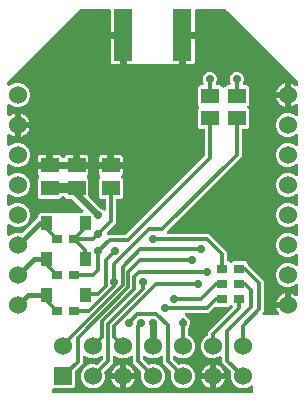
<source format=gbr>
G04 EAGLE Gerber RS-274X export*
G75*
%MOMM*%
%FSLAX34Y34*%
%LPD*%
%INBottom Copper*%
%IPPOS*%
%AMOC8*
5,1,8,0,0,1.08239X$1,22.5*%
G01*
%ADD10R,1.500000X1.300000*%
%ADD11R,0.910000X1.220000*%
%ADD12R,1.600000X4.400000*%
%ADD13R,0.850000X0.800000*%
%ADD14C,1.524000*%
%ADD15R,1.524000X1.524000*%
%ADD16C,0.705600*%
%ADD17C,0.304800*%
%ADD18C,0.812800*%
%ADD19C,0.609600*%
%ADD20C,0.406400*%
%ADD21C,0.152400*%

G36*
X613364Y295929D02*
X613364Y295929D01*
X613518Y295942D01*
X613537Y295948D01*
X613556Y295951D01*
X613702Y296003D01*
X613849Y296052D01*
X613866Y296062D01*
X613884Y296068D01*
X614014Y296152D01*
X614147Y296233D01*
X614160Y296247D01*
X614177Y296257D01*
X614285Y296369D01*
X614395Y296477D01*
X614405Y296494D01*
X614419Y296508D01*
X614499Y296641D01*
X614581Y296772D01*
X614588Y296790D01*
X614598Y296807D01*
X614645Y296954D01*
X614696Y297101D01*
X614698Y297120D01*
X614704Y297139D01*
X614716Y297293D01*
X614733Y297448D01*
X614730Y297467D01*
X614732Y297486D01*
X614709Y297639D01*
X614690Y297794D01*
X614683Y297812D01*
X614680Y297831D01*
X614623Y297975D01*
X614569Y298121D01*
X614557Y298140D01*
X614551Y298155D01*
X614527Y298191D01*
X614442Y298329D01*
X613610Y299475D01*
X612884Y300900D01*
X612428Y302301D01*
X621324Y302301D01*
X621350Y302304D01*
X621376Y302302D01*
X621523Y302324D01*
X621670Y302341D01*
X621695Y302349D01*
X621721Y302353D01*
X621858Y302408D01*
X621998Y302458D01*
X622020Y302472D01*
X622045Y302482D01*
X622166Y302567D01*
X622291Y302647D01*
X622309Y302666D01*
X622331Y302681D01*
X622430Y302791D01*
X622533Y302898D01*
X622547Y302920D01*
X622564Y302940D01*
X622636Y303070D01*
X622712Y303197D01*
X622720Y303222D01*
X622733Y303245D01*
X622773Y303388D01*
X622818Y303529D01*
X622820Y303555D01*
X622827Y303580D01*
X622847Y303824D01*
X622847Y304253D01*
X623276Y304253D01*
X623302Y304256D01*
X623328Y304254D01*
X623475Y304276D01*
X623622Y304293D01*
X623647Y304302D01*
X623673Y304306D01*
X623811Y304360D01*
X623950Y304410D01*
X623972Y304425D01*
X623997Y304434D01*
X624118Y304519D01*
X624243Y304599D01*
X624261Y304618D01*
X624283Y304633D01*
X624382Y304743D01*
X624485Y304850D01*
X624499Y304873D01*
X624516Y304892D01*
X624588Y305022D01*
X624664Y305149D01*
X624672Y305174D01*
X624685Y305197D01*
X624725Y305340D01*
X624770Y305481D01*
X624772Y305507D01*
X624780Y305532D01*
X624799Y305776D01*
X624799Y314672D01*
X626200Y314216D01*
X627625Y313490D01*
X628771Y312658D01*
X628906Y312582D01*
X629039Y312502D01*
X629057Y312496D01*
X629074Y312487D01*
X629224Y312443D01*
X629371Y312396D01*
X629390Y312395D01*
X629409Y312389D01*
X629564Y312380D01*
X629718Y312368D01*
X629737Y312371D01*
X629757Y312370D01*
X629910Y312397D01*
X630063Y312420D01*
X630081Y312427D01*
X630100Y312430D01*
X630243Y312491D01*
X630387Y312549D01*
X630403Y312560D01*
X630420Y312567D01*
X630546Y312659D01*
X630673Y312747D01*
X630686Y312762D01*
X630701Y312773D01*
X630803Y312891D01*
X630906Y313006D01*
X630916Y313023D01*
X630928Y313038D01*
X631000Y313175D01*
X631075Y313311D01*
X631080Y313330D01*
X631089Y313347D01*
X631127Y313497D01*
X631170Y313647D01*
X631172Y313670D01*
X631175Y313685D01*
X631176Y313728D01*
X631189Y313890D01*
X631189Y321042D01*
X631178Y321142D01*
X631176Y321243D01*
X631158Y321315D01*
X631149Y321389D01*
X631116Y321483D01*
X631091Y321581D01*
X631057Y321647D01*
X631032Y321717D01*
X630977Y321801D01*
X630931Y321890D01*
X630883Y321947D01*
X630843Y322010D01*
X630771Y322079D01*
X630706Y322156D01*
X630646Y322200D01*
X630592Y322252D01*
X630506Y322303D01*
X630425Y322363D01*
X630357Y322392D01*
X630293Y322431D01*
X630198Y322461D01*
X630105Y322501D01*
X630032Y322514D01*
X629961Y322537D01*
X629861Y322545D01*
X629762Y322563D01*
X629688Y322559D01*
X629614Y322565D01*
X629515Y322550D01*
X629414Y322545D01*
X629343Y322524D01*
X629269Y322513D01*
X629176Y322476D01*
X629079Y322448D01*
X629014Y322412D01*
X628945Y322384D01*
X628863Y322327D01*
X628775Y322278D01*
X628699Y322213D01*
X628659Y322185D01*
X628635Y322159D01*
X628589Y322119D01*
X628056Y321586D01*
X624321Y320039D01*
X620279Y320039D01*
X616544Y321586D01*
X613686Y324444D01*
X612139Y328179D01*
X612139Y332221D01*
X613686Y335956D01*
X616544Y338814D01*
X620279Y340361D01*
X624321Y340361D01*
X628056Y338814D01*
X628589Y338281D01*
X628667Y338218D01*
X628740Y338148D01*
X628804Y338110D01*
X628862Y338064D01*
X628953Y338021D01*
X629039Y337969D01*
X629110Y337947D01*
X629177Y337915D01*
X629275Y337894D01*
X629371Y337863D01*
X629445Y337857D01*
X629518Y337842D01*
X629618Y337843D01*
X629718Y337835D01*
X629792Y337846D01*
X629866Y337848D01*
X629963Y337872D01*
X630063Y337887D01*
X630132Y337914D01*
X630204Y337933D01*
X630293Y337979D01*
X630387Y338016D01*
X630448Y338058D01*
X630514Y338092D01*
X630591Y338157D01*
X630673Y338215D01*
X630723Y338270D01*
X630779Y338318D01*
X630839Y338399D01*
X630906Y338473D01*
X630942Y338539D01*
X630987Y338598D01*
X631026Y338690D01*
X631075Y338778D01*
X631095Y338850D01*
X631125Y338918D01*
X631142Y339017D01*
X631170Y339114D01*
X631178Y339214D01*
X631186Y339261D01*
X631184Y339297D01*
X631189Y339358D01*
X631189Y346442D01*
X631178Y346542D01*
X631176Y346643D01*
X631158Y346715D01*
X631149Y346789D01*
X631116Y346883D01*
X631091Y346981D01*
X631057Y347047D01*
X631032Y347117D01*
X630977Y347201D01*
X630931Y347290D01*
X630883Y347347D01*
X630843Y347410D01*
X630771Y347479D01*
X630706Y347556D01*
X630646Y347600D01*
X630592Y347652D01*
X630506Y347703D01*
X630425Y347763D01*
X630357Y347792D01*
X630293Y347831D01*
X630198Y347861D01*
X630105Y347901D01*
X630032Y347914D01*
X629961Y347937D01*
X629861Y347945D01*
X629762Y347963D01*
X629688Y347959D01*
X629614Y347965D01*
X629515Y347950D01*
X629414Y347945D01*
X629343Y347924D01*
X629269Y347913D01*
X629176Y347876D01*
X629079Y347848D01*
X629014Y347812D01*
X628945Y347784D01*
X628863Y347727D01*
X628775Y347678D01*
X628699Y347613D01*
X628659Y347585D01*
X628635Y347559D01*
X628589Y347519D01*
X628056Y346986D01*
X624321Y345439D01*
X620279Y345439D01*
X616544Y346986D01*
X613686Y349844D01*
X612139Y353579D01*
X612139Y357621D01*
X613686Y361356D01*
X616544Y364214D01*
X620279Y365761D01*
X624321Y365761D01*
X628056Y364214D01*
X628589Y363681D01*
X628667Y363618D01*
X628740Y363548D01*
X628804Y363510D01*
X628862Y363464D01*
X628953Y363421D01*
X629039Y363369D01*
X629110Y363347D01*
X629177Y363315D01*
X629275Y363294D01*
X629371Y363263D01*
X629445Y363257D01*
X629518Y363242D01*
X629618Y363243D01*
X629718Y363235D01*
X629792Y363246D01*
X629866Y363248D01*
X629963Y363272D01*
X630063Y363287D01*
X630132Y363314D01*
X630204Y363333D01*
X630293Y363379D01*
X630387Y363416D01*
X630448Y363458D01*
X630514Y363492D01*
X630591Y363557D01*
X630673Y363615D01*
X630723Y363670D01*
X630779Y363718D01*
X630839Y363799D01*
X630906Y363873D01*
X630942Y363939D01*
X630987Y363998D01*
X631026Y364090D01*
X631075Y364178D01*
X631095Y364250D01*
X631125Y364318D01*
X631142Y364417D01*
X631170Y364514D01*
X631178Y364614D01*
X631186Y364661D01*
X631184Y364697D01*
X631189Y364758D01*
X631189Y371842D01*
X631178Y371942D01*
X631176Y372043D01*
X631158Y372115D01*
X631149Y372189D01*
X631116Y372283D01*
X631091Y372381D01*
X631057Y372447D01*
X631032Y372517D01*
X630977Y372601D01*
X630931Y372690D01*
X630883Y372747D01*
X630843Y372810D01*
X630771Y372879D01*
X630706Y372956D01*
X630646Y373000D01*
X630592Y373052D01*
X630506Y373103D01*
X630425Y373163D01*
X630357Y373192D01*
X630293Y373231D01*
X630198Y373261D01*
X630105Y373301D01*
X630032Y373314D01*
X629961Y373337D01*
X629861Y373345D01*
X629762Y373363D01*
X629688Y373359D01*
X629614Y373365D01*
X629515Y373350D01*
X629414Y373345D01*
X629343Y373324D01*
X629269Y373313D01*
X629176Y373276D01*
X629079Y373248D01*
X629014Y373212D01*
X628945Y373184D01*
X628863Y373127D01*
X628775Y373078D01*
X628699Y373013D01*
X628659Y372985D01*
X628635Y372959D01*
X628589Y372919D01*
X628056Y372386D01*
X624321Y370839D01*
X620279Y370839D01*
X616544Y372386D01*
X613686Y375244D01*
X612139Y378979D01*
X612139Y383021D01*
X613686Y386756D01*
X616544Y389614D01*
X620279Y391161D01*
X624321Y391161D01*
X628056Y389614D01*
X628589Y389081D01*
X628667Y389018D01*
X628740Y388948D01*
X628804Y388910D01*
X628862Y388864D01*
X628953Y388821D01*
X629039Y388769D01*
X629110Y388747D01*
X629177Y388715D01*
X629275Y388694D01*
X629371Y388663D01*
X629445Y388657D01*
X629518Y388642D01*
X629618Y388643D01*
X629718Y388635D01*
X629792Y388646D01*
X629866Y388648D01*
X629963Y388672D01*
X630063Y388687D01*
X630132Y388714D01*
X630204Y388733D01*
X630293Y388779D01*
X630387Y388816D01*
X630448Y388858D01*
X630514Y388892D01*
X630591Y388957D01*
X630673Y389015D01*
X630723Y389070D01*
X630779Y389118D01*
X630839Y389199D01*
X630906Y389273D01*
X630942Y389339D01*
X630987Y389398D01*
X631026Y389490D01*
X631075Y389578D01*
X631095Y389650D01*
X631125Y389718D01*
X631142Y389817D01*
X631170Y389914D01*
X631178Y390014D01*
X631186Y390061D01*
X631184Y390097D01*
X631189Y390158D01*
X631189Y397242D01*
X631178Y397342D01*
X631176Y397443D01*
X631158Y397515D01*
X631149Y397589D01*
X631116Y397683D01*
X631091Y397781D01*
X631057Y397847D01*
X631032Y397917D01*
X630977Y398001D01*
X630931Y398090D01*
X630883Y398147D01*
X630843Y398210D01*
X630771Y398279D01*
X630706Y398356D01*
X630646Y398400D01*
X630592Y398452D01*
X630506Y398503D01*
X630425Y398563D01*
X630357Y398592D01*
X630293Y398631D01*
X630198Y398661D01*
X630105Y398701D01*
X630032Y398714D01*
X629961Y398737D01*
X629861Y398745D01*
X629762Y398763D01*
X629688Y398759D01*
X629614Y398765D01*
X629515Y398750D01*
X629414Y398745D01*
X629343Y398724D01*
X629269Y398713D01*
X629176Y398676D01*
X629079Y398648D01*
X629014Y398612D01*
X628945Y398584D01*
X628863Y398527D01*
X628775Y398478D01*
X628699Y398413D01*
X628659Y398385D01*
X628635Y398359D01*
X628589Y398319D01*
X628056Y397786D01*
X624321Y396239D01*
X620279Y396239D01*
X616544Y397786D01*
X613686Y400644D01*
X612139Y404379D01*
X612139Y408421D01*
X613686Y412156D01*
X616544Y415014D01*
X620279Y416561D01*
X624321Y416561D01*
X628056Y415014D01*
X628589Y414481D01*
X628667Y414418D01*
X628740Y414348D01*
X628804Y414310D01*
X628862Y414264D01*
X628953Y414221D01*
X629039Y414169D01*
X629110Y414147D01*
X629177Y414115D01*
X629275Y414094D01*
X629371Y414063D01*
X629445Y414057D01*
X629518Y414042D01*
X629618Y414043D01*
X629718Y414035D01*
X629792Y414046D01*
X629866Y414048D01*
X629963Y414072D01*
X630063Y414087D01*
X630132Y414114D01*
X630204Y414133D01*
X630293Y414179D01*
X630387Y414216D01*
X630448Y414258D01*
X630514Y414292D01*
X630591Y414357D01*
X630673Y414415D01*
X630723Y414470D01*
X630779Y414518D01*
X630839Y414599D01*
X630906Y414673D01*
X630942Y414739D01*
X630987Y414798D01*
X631026Y414890D01*
X631075Y414978D01*
X631095Y415050D01*
X631125Y415118D01*
X631142Y415217D01*
X631170Y415314D01*
X631178Y415414D01*
X631186Y415461D01*
X631184Y415497D01*
X631189Y415558D01*
X631189Y422642D01*
X631178Y422742D01*
X631176Y422843D01*
X631158Y422915D01*
X631149Y422989D01*
X631116Y423083D01*
X631091Y423181D01*
X631057Y423247D01*
X631032Y423317D01*
X630977Y423401D01*
X630931Y423490D01*
X630883Y423547D01*
X630843Y423610D01*
X630771Y423679D01*
X630706Y423756D01*
X630646Y423800D01*
X630592Y423852D01*
X630506Y423903D01*
X630425Y423963D01*
X630357Y423992D01*
X630293Y424031D01*
X630198Y424061D01*
X630105Y424101D01*
X630032Y424114D01*
X629961Y424137D01*
X629861Y424145D01*
X629762Y424163D01*
X629688Y424159D01*
X629614Y424165D01*
X629515Y424150D01*
X629414Y424145D01*
X629343Y424124D01*
X629269Y424113D01*
X629176Y424076D01*
X629079Y424048D01*
X629014Y424012D01*
X628945Y423984D01*
X628863Y423927D01*
X628775Y423878D01*
X628699Y423813D01*
X628659Y423785D01*
X628635Y423759D01*
X628589Y423719D01*
X628056Y423186D01*
X624321Y421639D01*
X620279Y421639D01*
X616544Y423186D01*
X613686Y426044D01*
X612139Y429779D01*
X612139Y433821D01*
X613686Y437556D01*
X616544Y440414D01*
X620279Y441961D01*
X624321Y441961D01*
X628056Y440414D01*
X628589Y439881D01*
X628667Y439818D01*
X628740Y439748D01*
X628804Y439710D01*
X628862Y439664D01*
X628953Y439621D01*
X629039Y439569D01*
X629110Y439547D01*
X629177Y439515D01*
X629275Y439494D01*
X629371Y439463D01*
X629445Y439457D01*
X629518Y439442D01*
X629618Y439443D01*
X629718Y439435D01*
X629792Y439446D01*
X629866Y439448D01*
X629963Y439472D01*
X630063Y439487D01*
X630132Y439514D01*
X630204Y439533D01*
X630293Y439579D01*
X630387Y439616D01*
X630448Y439658D01*
X630514Y439692D01*
X630591Y439757D01*
X630673Y439815D01*
X630723Y439870D01*
X630779Y439918D01*
X630839Y439999D01*
X630906Y440073D01*
X630942Y440139D01*
X630987Y440198D01*
X631026Y440290D01*
X631075Y440378D01*
X631095Y440450D01*
X631125Y440518D01*
X631142Y440617D01*
X631170Y440714D01*
X631178Y440814D01*
X631186Y440861D01*
X631184Y440897D01*
X631189Y440958D01*
X631189Y448042D01*
X631178Y448142D01*
X631176Y448243D01*
X631158Y448315D01*
X631149Y448389D01*
X631116Y448483D01*
X631091Y448581D01*
X631057Y448647D01*
X631032Y448717D01*
X630977Y448801D01*
X630931Y448890D01*
X630883Y448947D01*
X630843Y449010D01*
X630771Y449079D01*
X630706Y449156D01*
X630646Y449200D01*
X630592Y449252D01*
X630506Y449303D01*
X630425Y449363D01*
X630357Y449392D01*
X630293Y449431D01*
X630198Y449461D01*
X630105Y449501D01*
X630032Y449514D01*
X629961Y449537D01*
X629861Y449545D01*
X629762Y449563D01*
X629688Y449559D01*
X629614Y449565D01*
X629515Y449550D01*
X629414Y449545D01*
X629343Y449524D01*
X629269Y449513D01*
X629176Y449476D01*
X629079Y449448D01*
X629014Y449412D01*
X628945Y449384D01*
X628863Y449327D01*
X628775Y449278D01*
X628699Y449213D01*
X628659Y449185D01*
X628635Y449159D01*
X628589Y449119D01*
X628056Y448586D01*
X624321Y447039D01*
X620279Y447039D01*
X616544Y448586D01*
X613686Y451444D01*
X612139Y455179D01*
X612139Y459221D01*
X613686Y462956D01*
X616544Y465814D01*
X620279Y467361D01*
X624321Y467361D01*
X628056Y465814D01*
X628589Y465281D01*
X628667Y465218D01*
X628740Y465148D01*
X628804Y465110D01*
X628862Y465064D01*
X628953Y465021D01*
X629039Y464969D01*
X629110Y464947D01*
X629177Y464915D01*
X629275Y464894D01*
X629371Y464863D01*
X629445Y464857D01*
X629518Y464842D01*
X629618Y464843D01*
X629718Y464835D01*
X629792Y464846D01*
X629866Y464848D01*
X629963Y464872D01*
X630063Y464887D01*
X630132Y464914D01*
X630204Y464933D01*
X630293Y464979D01*
X630387Y465016D01*
X630448Y465058D01*
X630514Y465092D01*
X630591Y465157D01*
X630673Y465215D01*
X630723Y465270D01*
X630779Y465318D01*
X630839Y465399D01*
X630906Y465473D01*
X630942Y465539D01*
X630987Y465598D01*
X631026Y465690D01*
X631075Y465778D01*
X631095Y465850D01*
X631125Y465918D01*
X631142Y466017D01*
X631170Y466114D01*
X631178Y466214D01*
X631186Y466261D01*
X631184Y466297D01*
X631189Y466358D01*
X631189Y473510D01*
X631171Y473664D01*
X631158Y473818D01*
X631152Y473837D01*
X631149Y473856D01*
X631097Y474002D01*
X631048Y474149D01*
X631038Y474166D01*
X631032Y474184D01*
X630948Y474314D01*
X630867Y474447D01*
X630853Y474460D01*
X630843Y474477D01*
X630731Y474585D01*
X630623Y474695D01*
X630606Y474705D01*
X630592Y474719D01*
X630459Y474799D01*
X630328Y474881D01*
X630310Y474888D01*
X630293Y474898D01*
X630146Y474945D01*
X629999Y474996D01*
X629980Y474998D01*
X629961Y475004D01*
X629807Y475016D01*
X629652Y475033D01*
X629633Y475030D01*
X629614Y475032D01*
X629461Y475009D01*
X629306Y474990D01*
X629288Y474983D01*
X629269Y474980D01*
X629125Y474923D01*
X628979Y474869D01*
X628960Y474857D01*
X628945Y474851D01*
X628909Y474827D01*
X628771Y474742D01*
X627625Y473910D01*
X626200Y473184D01*
X624799Y472728D01*
X624799Y481624D01*
X624796Y481650D01*
X624798Y481676D01*
X624776Y481823D01*
X624759Y481970D01*
X624751Y481995D01*
X624747Y482021D01*
X624692Y482158D01*
X624642Y482298D01*
X624628Y482320D01*
X624618Y482345D01*
X624533Y482466D01*
X624453Y482591D01*
X624440Y482603D01*
X624485Y482650D01*
X624499Y482673D01*
X624516Y482692D01*
X624588Y482822D01*
X624664Y482949D01*
X624672Y482974D01*
X624685Y482997D01*
X624725Y483140D01*
X624770Y483281D01*
X624772Y483307D01*
X624780Y483332D01*
X624799Y483576D01*
X624799Y492472D01*
X626200Y492016D01*
X627625Y491290D01*
X628771Y490458D01*
X628906Y490382D01*
X629039Y490302D01*
X629057Y490296D01*
X629074Y490287D01*
X629224Y490243D01*
X629371Y490196D01*
X629390Y490195D01*
X629409Y490189D01*
X629564Y490180D01*
X629718Y490168D01*
X629737Y490171D01*
X629757Y490170D01*
X629910Y490197D01*
X630063Y490220D01*
X630081Y490227D01*
X630100Y490230D01*
X630243Y490291D01*
X630387Y490349D01*
X630403Y490360D01*
X630420Y490367D01*
X630546Y490459D01*
X630673Y490547D01*
X630686Y490562D01*
X630701Y490573D01*
X630803Y490691D01*
X630906Y490806D01*
X630916Y490823D01*
X630928Y490838D01*
X631000Y490975D01*
X631075Y491111D01*
X631080Y491130D01*
X631089Y491147D01*
X631127Y491297D01*
X631170Y491447D01*
X631172Y491470D01*
X631175Y491485D01*
X631176Y491528D01*
X631189Y491690D01*
X631189Y493091D01*
X631175Y493216D01*
X631168Y493342D01*
X631155Y493389D01*
X631149Y493437D01*
X631107Y493556D01*
X631072Y493677D01*
X631048Y493719D01*
X631032Y493765D01*
X630963Y493871D01*
X630902Y493981D01*
X630862Y494028D01*
X630843Y494058D01*
X630808Y494091D01*
X630743Y494168D01*
X570368Y554543D01*
X570269Y554622D01*
X570175Y554706D01*
X570132Y554730D01*
X570095Y554760D01*
X569980Y554814D01*
X569870Y554875D01*
X569823Y554888D01*
X569780Y554909D01*
X569656Y554935D01*
X569534Y554970D01*
X569474Y554975D01*
X569439Y554982D01*
X569391Y554981D01*
X569291Y554989D01*
X545064Y554989D01*
X545038Y554986D01*
X545012Y554988D01*
X544865Y554966D01*
X544718Y554949D01*
X544693Y554941D01*
X544667Y554937D01*
X544529Y554882D01*
X544390Y554832D01*
X544368Y554818D01*
X544343Y554808D01*
X544222Y554723D01*
X544097Y554643D01*
X544079Y554624D01*
X544057Y554609D01*
X543958Y554499D01*
X543855Y554392D01*
X543841Y554370D01*
X543824Y554350D01*
X543752Y554220D01*
X543676Y554093D01*
X543668Y554068D01*
X543655Y554045D01*
X543615Y553902D01*
X543570Y553761D01*
X543568Y553735D01*
X543560Y553710D01*
X543541Y553466D01*
X543541Y535939D01*
X534524Y535939D01*
X534498Y535936D01*
X534472Y535938D01*
X534325Y535916D01*
X534178Y535899D01*
X534153Y535890D01*
X534127Y535887D01*
X533989Y535832D01*
X533850Y535782D01*
X533828Y535768D01*
X533803Y535758D01*
X533682Y535673D01*
X533557Y535593D01*
X533539Y535574D01*
X533517Y535559D01*
X533418Y535449D01*
X533315Y535342D01*
X533301Y535320D01*
X533284Y535300D01*
X533212Y535170D01*
X533136Y535043D01*
X533128Y535018D01*
X533115Y534995D01*
X533075Y534852D01*
X533030Y534711D01*
X533028Y534685D01*
X533020Y534660D01*
X533001Y534416D01*
X533001Y532891D01*
X531476Y532891D01*
X531450Y532888D01*
X531424Y532890D01*
X531277Y532868D01*
X531130Y532851D01*
X531105Y532842D01*
X531079Y532839D01*
X530941Y532784D01*
X530802Y532734D01*
X530780Y532720D01*
X530755Y532710D01*
X530634Y532625D01*
X530509Y532545D01*
X530491Y532526D01*
X530469Y532511D01*
X530370Y532401D01*
X530267Y532294D01*
X530253Y532272D01*
X530236Y532252D01*
X530164Y532122D01*
X530088Y531995D01*
X530080Y531970D01*
X530067Y531947D01*
X530027Y531804D01*
X529982Y531663D01*
X529980Y531637D01*
X529972Y531612D01*
X529953Y531368D01*
X529953Y508351D01*
X525291Y508351D01*
X486047Y508351D01*
X486047Y531368D01*
X486044Y531394D01*
X486046Y531420D01*
X486024Y531567D01*
X486007Y531714D01*
X485998Y531739D01*
X485995Y531765D01*
X485940Y531903D01*
X485890Y532042D01*
X485876Y532064D01*
X485866Y532089D01*
X485781Y532210D01*
X485701Y532335D01*
X485682Y532353D01*
X485667Y532375D01*
X485557Y532474D01*
X485450Y532577D01*
X485428Y532591D01*
X485408Y532608D01*
X485278Y532680D01*
X485151Y532756D01*
X485126Y532764D01*
X485103Y532777D01*
X484960Y532817D01*
X484819Y532862D01*
X484793Y532864D01*
X484768Y532872D01*
X484524Y532891D01*
X482999Y532891D01*
X482999Y534416D01*
X482996Y534442D01*
X482998Y534468D01*
X482976Y534615D01*
X482959Y534762D01*
X482950Y534787D01*
X482947Y534813D01*
X482892Y534951D01*
X482842Y535090D01*
X482828Y535112D01*
X482818Y535137D01*
X482733Y535258D01*
X482653Y535383D01*
X482634Y535401D01*
X482619Y535423D01*
X482509Y535522D01*
X482402Y535625D01*
X482380Y535639D01*
X482360Y535656D01*
X482230Y535728D01*
X482103Y535804D01*
X482078Y535812D01*
X482055Y535825D01*
X481912Y535865D01*
X481771Y535910D01*
X481745Y535912D01*
X481720Y535920D01*
X481476Y535939D01*
X472459Y535939D01*
X472459Y553466D01*
X472456Y553492D01*
X472458Y553518D01*
X472436Y553665D01*
X472419Y553812D01*
X472411Y553837D01*
X472407Y553863D01*
X472352Y554001D01*
X472302Y554140D01*
X472288Y554162D01*
X472278Y554187D01*
X472193Y554308D01*
X472113Y554433D01*
X472094Y554451D01*
X472079Y554473D01*
X471969Y554572D01*
X471862Y554675D01*
X471840Y554689D01*
X471820Y554706D01*
X471690Y554778D01*
X471563Y554854D01*
X471538Y554862D01*
X471515Y554875D01*
X471372Y554915D01*
X471231Y554960D01*
X471205Y554962D01*
X471180Y554970D01*
X470936Y554989D01*
X446709Y554989D01*
X446584Y554975D01*
X446458Y554968D01*
X446411Y554955D01*
X446363Y554949D01*
X446244Y554907D01*
X446123Y554872D01*
X446081Y554848D01*
X446035Y554832D01*
X445929Y554763D01*
X445819Y554702D01*
X445772Y554662D01*
X445742Y554643D01*
X445709Y554608D01*
X445632Y554543D01*
X385257Y494168D01*
X385178Y494069D01*
X385094Y493975D01*
X385070Y493932D01*
X385040Y493895D01*
X384986Y493780D01*
X384925Y493670D01*
X384912Y493623D01*
X384891Y493580D01*
X384865Y493456D01*
X384830Y493334D01*
X384825Y493274D01*
X384818Y493239D01*
X384819Y493191D01*
X384811Y493091D01*
X384811Y491758D01*
X384822Y491658D01*
X384824Y491557D01*
X384842Y491485D01*
X384851Y491411D01*
X384884Y491317D01*
X384909Y491219D01*
X384943Y491153D01*
X384968Y491083D01*
X385023Y490999D01*
X385069Y490910D01*
X385117Y490853D01*
X385157Y490790D01*
X385229Y490721D01*
X385294Y490644D01*
X385354Y490600D01*
X385408Y490548D01*
X385494Y490497D01*
X385575Y490437D01*
X385643Y490408D01*
X385707Y490369D01*
X385802Y490339D01*
X385895Y490299D01*
X385968Y490286D01*
X386039Y490263D01*
X386139Y490255D01*
X386238Y490237D01*
X386312Y490241D01*
X386386Y490235D01*
X386485Y490250D01*
X386586Y490255D01*
X386657Y490276D01*
X386731Y490287D01*
X386824Y490324D01*
X386921Y490352D01*
X386986Y490388D01*
X387055Y490416D01*
X387137Y490473D01*
X387225Y490522D01*
X387301Y490587D01*
X387341Y490615D01*
X387365Y490641D01*
X387411Y490681D01*
X387944Y491214D01*
X391679Y492761D01*
X395721Y492761D01*
X399456Y491214D01*
X402314Y488356D01*
X403861Y484621D01*
X403861Y480579D01*
X402314Y476844D01*
X399456Y473986D01*
X395721Y472439D01*
X391679Y472439D01*
X387944Y473986D01*
X387411Y474519D01*
X387333Y474582D01*
X387260Y474652D01*
X387196Y474690D01*
X387138Y474736D01*
X387047Y474779D01*
X386961Y474831D01*
X386890Y474853D01*
X386823Y474885D01*
X386725Y474906D01*
X386629Y474937D01*
X386555Y474943D01*
X386482Y474958D01*
X386382Y474957D01*
X386282Y474965D01*
X386208Y474954D01*
X386134Y474952D01*
X386037Y474928D01*
X385937Y474913D01*
X385868Y474886D01*
X385796Y474867D01*
X385707Y474821D01*
X385613Y474784D01*
X385552Y474742D01*
X385486Y474708D01*
X385409Y474643D01*
X385327Y474585D01*
X385277Y474530D01*
X385221Y474482D01*
X385161Y474401D01*
X385094Y474327D01*
X385058Y474261D01*
X385013Y474202D01*
X384974Y474110D01*
X384925Y474022D01*
X384905Y473950D01*
X384875Y473882D01*
X384858Y473783D01*
X384830Y473686D01*
X384822Y473586D01*
X384814Y473539D01*
X384816Y473503D01*
X384811Y473442D01*
X384811Y466290D01*
X384829Y466136D01*
X384842Y465982D01*
X384848Y465963D01*
X384851Y465944D01*
X384903Y465798D01*
X384952Y465651D01*
X384962Y465634D01*
X384968Y465616D01*
X385052Y465486D01*
X385133Y465353D01*
X385147Y465340D01*
X385157Y465323D01*
X385269Y465215D01*
X385377Y465105D01*
X385394Y465095D01*
X385408Y465081D01*
X385541Y465001D01*
X385672Y464919D01*
X385690Y464912D01*
X385707Y464902D01*
X385854Y464855D01*
X386001Y464804D01*
X386020Y464802D01*
X386039Y464796D01*
X386193Y464784D01*
X386348Y464767D01*
X386367Y464770D01*
X386386Y464768D01*
X386539Y464791D01*
X386694Y464810D01*
X386712Y464817D01*
X386731Y464820D01*
X386875Y464877D01*
X387021Y464931D01*
X387040Y464943D01*
X387055Y464949D01*
X387091Y464973D01*
X387229Y465058D01*
X388375Y465890D01*
X389800Y466616D01*
X391201Y467072D01*
X391201Y458176D01*
X391204Y458150D01*
X391202Y458124D01*
X391224Y457977D01*
X391241Y457830D01*
X391249Y457805D01*
X391253Y457779D01*
X391308Y457642D01*
X391358Y457502D01*
X391372Y457480D01*
X391382Y457455D01*
X391467Y457334D01*
X391547Y457209D01*
X391560Y457197D01*
X391515Y457150D01*
X391501Y457127D01*
X391484Y457108D01*
X391412Y456978D01*
X391336Y456851D01*
X391328Y456826D01*
X391315Y456803D01*
X391275Y456660D01*
X391230Y456519D01*
X391227Y456493D01*
X391220Y456468D01*
X391201Y456224D01*
X391201Y447328D01*
X389800Y447784D01*
X388375Y448510D01*
X387229Y449342D01*
X387094Y449418D01*
X386961Y449498D01*
X386943Y449504D01*
X386926Y449513D01*
X386776Y449557D01*
X386629Y449604D01*
X386610Y449605D01*
X386591Y449611D01*
X386436Y449620D01*
X386282Y449632D01*
X386263Y449629D01*
X386243Y449630D01*
X386090Y449603D01*
X385937Y449580D01*
X385919Y449573D01*
X385900Y449570D01*
X385757Y449509D01*
X385613Y449451D01*
X385597Y449440D01*
X385580Y449433D01*
X385454Y449341D01*
X385327Y449253D01*
X385314Y449238D01*
X385299Y449227D01*
X385197Y449109D01*
X385094Y448994D01*
X385084Y448977D01*
X385072Y448962D01*
X385000Y448825D01*
X384925Y448689D01*
X384920Y448670D01*
X384911Y448653D01*
X384873Y448503D01*
X384830Y448353D01*
X384828Y448330D01*
X384825Y448315D01*
X384824Y448272D01*
X384811Y448110D01*
X384811Y440958D01*
X384822Y440858D01*
X384824Y440757D01*
X384842Y440685D01*
X384851Y440611D01*
X384884Y440517D01*
X384909Y440419D01*
X384943Y440353D01*
X384968Y440283D01*
X385023Y440199D01*
X385069Y440110D01*
X385117Y440053D01*
X385157Y439990D01*
X385229Y439921D01*
X385294Y439844D01*
X385354Y439800D01*
X385408Y439748D01*
X385494Y439697D01*
X385575Y439637D01*
X385643Y439608D01*
X385707Y439569D01*
X385802Y439539D01*
X385895Y439499D01*
X385968Y439486D01*
X386039Y439463D01*
X386139Y439455D01*
X386238Y439437D01*
X386312Y439441D01*
X386386Y439435D01*
X386485Y439450D01*
X386586Y439455D01*
X386657Y439476D01*
X386731Y439487D01*
X386824Y439524D01*
X386921Y439552D01*
X386986Y439588D01*
X387055Y439616D01*
X387137Y439673D01*
X387225Y439722D01*
X387301Y439787D01*
X387341Y439815D01*
X387365Y439841D01*
X387411Y439881D01*
X387944Y440414D01*
X391679Y441961D01*
X395721Y441961D01*
X399456Y440414D01*
X402314Y437556D01*
X403861Y433821D01*
X403861Y429779D01*
X402314Y426044D01*
X399456Y423186D01*
X395721Y421639D01*
X391679Y421639D01*
X387944Y423186D01*
X387411Y423719D01*
X387333Y423782D01*
X387260Y423852D01*
X387196Y423890D01*
X387138Y423936D01*
X387047Y423979D01*
X386961Y424031D01*
X386890Y424053D01*
X386823Y424085D01*
X386725Y424106D01*
X386629Y424137D01*
X386555Y424143D01*
X386482Y424158D01*
X386382Y424157D01*
X386282Y424165D01*
X386208Y424154D01*
X386134Y424152D01*
X386037Y424128D01*
X385937Y424113D01*
X385868Y424086D01*
X385796Y424067D01*
X385707Y424021D01*
X385613Y423984D01*
X385552Y423942D01*
X385486Y423908D01*
X385409Y423843D01*
X385327Y423785D01*
X385277Y423730D01*
X385221Y423682D01*
X385161Y423601D01*
X385094Y423527D01*
X385058Y423461D01*
X385013Y423402D01*
X384974Y423310D01*
X384925Y423222D01*
X384905Y423150D01*
X384875Y423082D01*
X384858Y422983D01*
X384830Y422886D01*
X384822Y422786D01*
X384814Y422739D01*
X384816Y422703D01*
X384811Y422642D01*
X384811Y415558D01*
X384822Y415458D01*
X384824Y415357D01*
X384842Y415285D01*
X384851Y415211D01*
X384884Y415117D01*
X384909Y415019D01*
X384943Y414953D01*
X384968Y414883D01*
X385023Y414799D01*
X385069Y414710D01*
X385117Y414653D01*
X385157Y414590D01*
X385229Y414521D01*
X385294Y414444D01*
X385354Y414400D01*
X385408Y414348D01*
X385494Y414297D01*
X385575Y414237D01*
X385643Y414208D01*
X385707Y414169D01*
X385802Y414139D01*
X385895Y414099D01*
X385968Y414086D01*
X386039Y414063D01*
X386139Y414055D01*
X386238Y414037D01*
X386312Y414041D01*
X386386Y414035D01*
X386485Y414050D01*
X386586Y414055D01*
X386657Y414076D01*
X386731Y414087D01*
X386824Y414124D01*
X386921Y414152D01*
X386986Y414188D01*
X387055Y414216D01*
X387137Y414273D01*
X387225Y414322D01*
X387301Y414387D01*
X387341Y414415D01*
X387365Y414441D01*
X387411Y414481D01*
X387944Y415014D01*
X391679Y416561D01*
X395721Y416561D01*
X399456Y415014D01*
X402314Y412156D01*
X403861Y408421D01*
X403861Y404379D01*
X402314Y400644D01*
X399456Y397786D01*
X395721Y396239D01*
X391679Y396239D01*
X387944Y397786D01*
X387411Y398319D01*
X387333Y398382D01*
X387260Y398452D01*
X387196Y398490D01*
X387138Y398536D01*
X387047Y398579D01*
X386961Y398631D01*
X386890Y398653D01*
X386823Y398685D01*
X386725Y398706D01*
X386629Y398737D01*
X386555Y398743D01*
X386482Y398758D01*
X386382Y398757D01*
X386282Y398765D01*
X386208Y398754D01*
X386134Y398752D01*
X386037Y398728D01*
X385937Y398713D01*
X385868Y398686D01*
X385796Y398667D01*
X385707Y398621D01*
X385613Y398584D01*
X385552Y398542D01*
X385486Y398508D01*
X385409Y398443D01*
X385327Y398385D01*
X385277Y398330D01*
X385221Y398282D01*
X385161Y398201D01*
X385094Y398127D01*
X385058Y398061D01*
X385013Y398002D01*
X384974Y397910D01*
X384925Y397822D01*
X384905Y397750D01*
X384875Y397682D01*
X384858Y397583D01*
X384830Y397486D01*
X384822Y397386D01*
X384814Y397339D01*
X384816Y397303D01*
X384811Y397242D01*
X384811Y390158D01*
X384822Y390058D01*
X384824Y389957D01*
X384842Y389885D01*
X384851Y389811D01*
X384884Y389717D01*
X384909Y389619D01*
X384943Y389553D01*
X384968Y389483D01*
X385023Y389399D01*
X385069Y389310D01*
X385117Y389253D01*
X385157Y389190D01*
X385229Y389121D01*
X385294Y389044D01*
X385354Y389000D01*
X385408Y388948D01*
X385494Y388897D01*
X385575Y388837D01*
X385643Y388808D01*
X385707Y388769D01*
X385802Y388739D01*
X385895Y388699D01*
X385968Y388686D01*
X386039Y388663D01*
X386139Y388655D01*
X386238Y388637D01*
X386312Y388641D01*
X386386Y388635D01*
X386485Y388650D01*
X386586Y388655D01*
X386657Y388676D01*
X386731Y388687D01*
X386824Y388724D01*
X386921Y388752D01*
X386986Y388788D01*
X387055Y388816D01*
X387137Y388873D01*
X387225Y388922D01*
X387301Y388987D01*
X387341Y389015D01*
X387365Y389041D01*
X387411Y389081D01*
X387944Y389614D01*
X391679Y391161D01*
X395721Y391161D01*
X399456Y389614D01*
X402314Y386756D01*
X403861Y383021D01*
X403861Y378979D01*
X402314Y375244D01*
X399456Y372386D01*
X395721Y370839D01*
X391679Y370839D01*
X387944Y372386D01*
X387411Y372919D01*
X387333Y372982D01*
X387260Y373052D01*
X387196Y373090D01*
X387138Y373136D01*
X387047Y373179D01*
X386961Y373231D01*
X386890Y373253D01*
X386823Y373285D01*
X386725Y373306D01*
X386629Y373337D01*
X386555Y373343D01*
X386482Y373358D01*
X386382Y373357D01*
X386282Y373365D01*
X386208Y373354D01*
X386134Y373352D01*
X386037Y373328D01*
X385937Y373313D01*
X385868Y373286D01*
X385796Y373267D01*
X385707Y373221D01*
X385613Y373184D01*
X385552Y373142D01*
X385486Y373108D01*
X385409Y373043D01*
X385327Y372985D01*
X385277Y372930D01*
X385221Y372882D01*
X385161Y372801D01*
X385094Y372727D01*
X385058Y372661D01*
X385013Y372602D01*
X384974Y372510D01*
X384925Y372422D01*
X384905Y372350D01*
X384875Y372282D01*
X384858Y372183D01*
X384830Y372086D01*
X384822Y371986D01*
X384814Y371939D01*
X384816Y371903D01*
X384811Y371842D01*
X384811Y364758D01*
X384822Y364658D01*
X384824Y364557D01*
X384842Y364485D01*
X384851Y364411D01*
X384884Y364317D01*
X384909Y364219D01*
X384943Y364153D01*
X384968Y364083D01*
X385023Y363999D01*
X385069Y363910D01*
X385117Y363853D01*
X385157Y363790D01*
X385229Y363721D01*
X385294Y363644D01*
X385354Y363600D01*
X385408Y363548D01*
X385494Y363497D01*
X385575Y363437D01*
X385643Y363408D01*
X385707Y363369D01*
X385802Y363339D01*
X385895Y363299D01*
X385968Y363286D01*
X386039Y363263D01*
X386139Y363255D01*
X386238Y363237D01*
X386312Y363241D01*
X386386Y363235D01*
X386485Y363250D01*
X386586Y363255D01*
X386657Y363276D01*
X386731Y363287D01*
X386824Y363324D01*
X386921Y363352D01*
X386986Y363388D01*
X387055Y363416D01*
X387137Y363473D01*
X387225Y363522D01*
X387301Y363587D01*
X387341Y363615D01*
X387365Y363641D01*
X387411Y363681D01*
X387944Y364214D01*
X391679Y365761D01*
X395721Y365761D01*
X395964Y365660D01*
X396037Y365639D01*
X396107Y365609D01*
X396204Y365592D01*
X396299Y365565D01*
X396375Y365561D01*
X396450Y365547D01*
X396549Y365552D01*
X396647Y365548D01*
X396722Y365561D01*
X396798Y365565D01*
X396893Y365593D01*
X396990Y365610D01*
X397060Y365641D01*
X397133Y365662D01*
X397219Y365710D01*
X397309Y365749D01*
X397371Y365795D01*
X397437Y365832D01*
X397551Y365929D01*
X397589Y365957D01*
X397601Y365972D01*
X397624Y365990D01*
X409677Y378044D01*
X409809Y378099D01*
X409876Y378136D01*
X409947Y378164D01*
X410027Y378220D01*
X410114Y378268D01*
X410170Y378319D01*
X410233Y378363D01*
X410299Y378436D01*
X410372Y378502D01*
X410415Y378565D01*
X410466Y378622D01*
X410514Y378708D01*
X410570Y378789D01*
X410598Y378860D01*
X410635Y378927D01*
X410662Y379021D01*
X410698Y379113D01*
X410709Y379188D01*
X410730Y379262D01*
X410742Y379411D01*
X410749Y379458D01*
X410747Y379477D01*
X410749Y379506D01*
X410749Y381320D01*
X412238Y382808D01*
X447875Y382808D01*
X447975Y382820D01*
X448075Y382821D01*
X448147Y382840D01*
X448221Y382848D01*
X448315Y382882D01*
X448413Y382906D01*
X448479Y382940D01*
X448549Y382966D01*
X448633Y383020D01*
X448723Y383066D01*
X448779Y383114D01*
X448842Y383155D01*
X448912Y383227D01*
X448988Y383292D01*
X449032Y383352D01*
X449084Y383405D01*
X449136Y383491D01*
X449195Y383572D01*
X449225Y383640D01*
X449263Y383704D01*
X449294Y383800D01*
X449333Y383892D01*
X449346Y383965D01*
X449369Y384036D01*
X449377Y384136D01*
X449395Y384235D01*
X449391Y384310D01*
X449397Y384384D01*
X449382Y384483D01*
X449377Y384583D01*
X449356Y384655D01*
X449345Y384728D01*
X449308Y384822D01*
X449281Y384918D01*
X449244Y384983D01*
X449217Y385052D01*
X449159Y385135D01*
X449110Y385222D01*
X449045Y385299D01*
X449018Y385338D01*
X448991Y385362D01*
X448952Y385408D01*
X439927Y394433D01*
X439828Y394512D01*
X439734Y394596D01*
X439692Y394620D01*
X439654Y394650D01*
X439540Y394704D01*
X439429Y394765D01*
X439383Y394778D01*
X439339Y394799D01*
X439216Y394825D01*
X439094Y394860D01*
X439033Y394865D01*
X438998Y394872D01*
X438950Y394871D01*
X438850Y394879D01*
X434948Y394879D01*
X433147Y396680D01*
X433126Y396696D01*
X433110Y396716D01*
X432990Y396804D01*
X432874Y396896D01*
X432850Y396908D01*
X432829Y396923D01*
X432693Y396982D01*
X432559Y397045D01*
X432533Y397051D01*
X432509Y397061D01*
X432363Y397088D01*
X432218Y397119D01*
X432192Y397118D01*
X432166Y397123D01*
X432018Y397115D01*
X431870Y397113D01*
X431844Y397106D01*
X431818Y397105D01*
X431676Y397064D01*
X431532Y397028D01*
X431509Y397016D01*
X431483Y397008D01*
X431354Y396936D01*
X431222Y396868D01*
X431202Y396851D01*
X431179Y396838D01*
X430993Y396680D01*
X429192Y394879D01*
X412088Y394879D01*
X410599Y396368D01*
X410599Y411472D01*
X411470Y412343D01*
X411486Y412363D01*
X411506Y412380D01*
X411594Y412500D01*
X411686Y412616D01*
X411698Y412640D01*
X411713Y412661D01*
X411772Y412797D01*
X411835Y412931D01*
X411841Y412957D01*
X411851Y412981D01*
X411877Y413127D01*
X411909Y413272D01*
X411908Y413298D01*
X411913Y413324D01*
X411905Y413472D01*
X411903Y413620D01*
X411896Y413646D01*
X411895Y413672D01*
X411854Y413814D01*
X411818Y413958D01*
X411806Y413981D01*
X411798Y414007D01*
X411726Y414136D01*
X411658Y414268D01*
X411641Y414288D01*
X411628Y414311D01*
X411470Y414497D01*
X411107Y414860D01*
X410772Y415439D01*
X410599Y416085D01*
X410599Y419873D01*
X419116Y419873D01*
X419142Y419876D01*
X419168Y419874D01*
X419315Y419896D01*
X419462Y419913D01*
X419487Y419921D01*
X419513Y419925D01*
X419651Y419980D01*
X419790Y420030D01*
X419812Y420044D01*
X419837Y420054D01*
X419958Y420139D01*
X420083Y420219D01*
X420101Y420238D01*
X420123Y420253D01*
X420222Y420363D01*
X420325Y420470D01*
X420339Y420492D01*
X420356Y420512D01*
X420428Y420642D01*
X420504Y420769D01*
X420512Y420794D01*
X420525Y420817D01*
X420565Y420960D01*
X420610Y421101D01*
X420612Y421127D01*
X420620Y421152D01*
X420639Y421396D01*
X420639Y422921D01*
X420641Y422921D01*
X420641Y421396D01*
X420644Y421370D01*
X420642Y421344D01*
X420664Y421197D01*
X420681Y421050D01*
X420690Y421025D01*
X420693Y420999D01*
X420748Y420861D01*
X420798Y420722D01*
X420812Y420700D01*
X420822Y420675D01*
X420907Y420554D01*
X420987Y420429D01*
X421006Y420411D01*
X421021Y420389D01*
X421131Y420290D01*
X421238Y420187D01*
X421260Y420173D01*
X421280Y420156D01*
X421410Y420084D01*
X421537Y420008D01*
X421562Y420000D01*
X421585Y419987D01*
X421728Y419947D01*
X421869Y419902D01*
X421895Y419900D01*
X421920Y419892D01*
X422164Y419873D01*
X441976Y419873D01*
X442002Y419876D01*
X442028Y419874D01*
X442175Y419896D01*
X442322Y419913D01*
X442347Y419921D01*
X442373Y419925D01*
X442511Y419980D01*
X442650Y420030D01*
X442672Y420044D01*
X442697Y420054D01*
X442818Y420139D01*
X442943Y420219D01*
X442961Y420238D01*
X442983Y420253D01*
X443082Y420363D01*
X443185Y420470D01*
X443199Y420492D01*
X443216Y420512D01*
X443288Y420642D01*
X443364Y420769D01*
X443372Y420794D01*
X443385Y420817D01*
X443425Y420960D01*
X443470Y421101D01*
X443472Y421127D01*
X443480Y421152D01*
X443499Y421396D01*
X443499Y422921D01*
X443501Y422921D01*
X443501Y421396D01*
X443504Y421370D01*
X443502Y421344D01*
X443524Y421197D01*
X443541Y421050D01*
X443550Y421025D01*
X443553Y420999D01*
X443608Y420861D01*
X443658Y420722D01*
X443672Y420700D01*
X443682Y420675D01*
X443767Y420554D01*
X443847Y420429D01*
X443866Y420411D01*
X443881Y420389D01*
X443991Y420290D01*
X444098Y420187D01*
X444120Y420173D01*
X444140Y420156D01*
X444270Y420084D01*
X444397Y420008D01*
X444422Y420000D01*
X444445Y419987D01*
X444588Y419947D01*
X444729Y419902D01*
X444755Y419900D01*
X444780Y419892D01*
X445024Y419873D01*
X453541Y419873D01*
X453541Y416085D01*
X453368Y415439D01*
X453033Y414860D01*
X452670Y414497D01*
X452654Y414477D01*
X452634Y414460D01*
X452546Y414340D01*
X452454Y414224D01*
X452442Y414200D01*
X452427Y414179D01*
X452368Y414043D01*
X452305Y413909D01*
X452299Y413883D01*
X452289Y413859D01*
X452263Y413713D01*
X452231Y413568D01*
X452232Y413542D01*
X452227Y413516D01*
X452235Y413367D01*
X452237Y413220D01*
X452244Y413194D01*
X452245Y413168D01*
X452286Y413026D01*
X452322Y412882D01*
X452334Y412859D01*
X452342Y412833D01*
X452414Y412704D01*
X452482Y412572D01*
X452499Y412552D01*
X452512Y412529D01*
X452670Y412343D01*
X453541Y411472D01*
X453541Y397258D01*
X453555Y397132D01*
X453562Y397006D01*
X453575Y396960D01*
X453581Y396912D01*
X453623Y396793D01*
X453658Y396671D01*
X453682Y396629D01*
X453698Y396584D01*
X453767Y396477D01*
X453828Y396367D01*
X453868Y396321D01*
X453887Y396291D01*
X453922Y396257D01*
X453987Y396181D01*
X463583Y386585D01*
X463584Y386584D01*
X463585Y386582D01*
X463727Y386470D01*
X463856Y386368D01*
X463857Y386368D01*
X463859Y386366D01*
X464077Y386255D01*
X464956Y385891D01*
X465775Y385072D01*
X465854Y385009D01*
X465926Y384939D01*
X465990Y384901D01*
X466048Y384855D01*
X466139Y384812D01*
X466225Y384760D01*
X466296Y384738D01*
X466363Y384706D01*
X466461Y384685D01*
X466557Y384654D01*
X466631Y384648D01*
X466704Y384633D01*
X466804Y384634D01*
X466904Y384626D01*
X466978Y384637D01*
X467052Y384639D01*
X467149Y384663D01*
X467249Y384678D01*
X467318Y384705D01*
X467390Y384724D01*
X467479Y384770D01*
X467573Y384807D01*
X467634Y384849D01*
X467700Y384883D01*
X467776Y384948D01*
X467859Y385006D01*
X467909Y385061D01*
X467965Y385109D01*
X468025Y385190D01*
X468092Y385264D01*
X468128Y385330D01*
X468173Y385389D01*
X468212Y385481D01*
X468261Y385569D01*
X468281Y385641D01*
X468311Y385709D01*
X468328Y385808D01*
X468356Y385905D01*
X468364Y386005D01*
X468372Y386052D01*
X468370Y386088D01*
X468375Y386149D01*
X468375Y393356D01*
X468372Y393382D01*
X468374Y393408D01*
X468352Y393555D01*
X468335Y393702D01*
X468327Y393727D01*
X468323Y393753D01*
X468268Y393891D01*
X468218Y394030D01*
X468204Y394052D01*
X468194Y394077D01*
X468109Y394198D01*
X468029Y394323D01*
X468010Y394341D01*
X467995Y394363D01*
X467885Y394462D01*
X467778Y394565D01*
X467756Y394579D01*
X467736Y394596D01*
X467606Y394668D01*
X467479Y394744D01*
X467454Y394752D01*
X467431Y394765D01*
X467288Y394805D01*
X467147Y394850D01*
X467121Y394852D01*
X467096Y394860D01*
X466852Y394879D01*
X463888Y394879D01*
X462399Y396368D01*
X462399Y411472D01*
X463270Y412343D01*
X463286Y412363D01*
X463306Y412380D01*
X463394Y412500D01*
X463486Y412616D01*
X463498Y412640D01*
X463513Y412661D01*
X463572Y412797D01*
X463635Y412931D01*
X463641Y412957D01*
X463651Y412981D01*
X463678Y413127D01*
X463709Y413272D01*
X463708Y413298D01*
X463713Y413324D01*
X463705Y413472D01*
X463703Y413620D01*
X463696Y413646D01*
X463695Y413672D01*
X463654Y413814D01*
X463618Y413958D01*
X463606Y413982D01*
X463598Y414007D01*
X463526Y414136D01*
X463458Y414268D01*
X463441Y414288D01*
X463428Y414311D01*
X463270Y414497D01*
X462907Y414860D01*
X462572Y415439D01*
X462399Y416085D01*
X462399Y419873D01*
X470916Y419873D01*
X470942Y419876D01*
X470968Y419874D01*
X471115Y419896D01*
X471262Y419913D01*
X471287Y419921D01*
X471313Y419925D01*
X471451Y419980D01*
X471590Y420030D01*
X471612Y420044D01*
X471637Y420054D01*
X471758Y420139D01*
X471883Y420219D01*
X471901Y420238D01*
X471923Y420253D01*
X472022Y420363D01*
X472125Y420470D01*
X472139Y420492D01*
X472156Y420512D01*
X472228Y420642D01*
X472304Y420769D01*
X472312Y420794D01*
X472325Y420817D01*
X472365Y420960D01*
X472410Y421101D01*
X472412Y421127D01*
X472420Y421152D01*
X472439Y421396D01*
X472439Y422921D01*
X472441Y422921D01*
X472441Y421396D01*
X472444Y421370D01*
X472442Y421344D01*
X472464Y421197D01*
X472481Y421050D01*
X472490Y421025D01*
X472493Y420999D01*
X472548Y420861D01*
X472598Y420722D01*
X472612Y420700D01*
X472622Y420675D01*
X472707Y420554D01*
X472787Y420429D01*
X472806Y420411D01*
X472821Y420389D01*
X472931Y420290D01*
X473038Y420187D01*
X473060Y420173D01*
X473080Y420156D01*
X473210Y420084D01*
X473337Y420008D01*
X473362Y420000D01*
X473385Y419987D01*
X473528Y419947D01*
X473669Y419902D01*
X473695Y419900D01*
X473720Y419892D01*
X473964Y419873D01*
X482481Y419873D01*
X482481Y416085D01*
X482308Y415439D01*
X481973Y414860D01*
X481610Y414497D01*
X481594Y414477D01*
X481574Y414460D01*
X481486Y414340D01*
X481394Y414224D01*
X481382Y414200D01*
X481367Y414179D01*
X481308Y414043D01*
X481245Y413909D01*
X481239Y413883D01*
X481229Y413859D01*
X481203Y413713D01*
X481171Y413568D01*
X481172Y413542D01*
X481167Y413516D01*
X481175Y413367D01*
X481177Y413220D01*
X481184Y413194D01*
X481185Y413168D01*
X481226Y413026D01*
X481262Y412882D01*
X481274Y412859D01*
X481282Y412833D01*
X481354Y412704D01*
X481422Y412572D01*
X481439Y412552D01*
X481452Y412529D01*
X481610Y412343D01*
X482481Y411472D01*
X482481Y396368D01*
X480992Y394879D01*
X478028Y394879D01*
X478002Y394876D01*
X477976Y394878D01*
X477829Y394856D01*
X477682Y394839D01*
X477657Y394831D01*
X477631Y394827D01*
X477493Y394772D01*
X477354Y394722D01*
X477332Y394708D01*
X477307Y394698D01*
X477186Y394613D01*
X477061Y394533D01*
X477043Y394514D01*
X477021Y394499D01*
X476922Y394389D01*
X476819Y394282D01*
X476805Y394260D01*
X476788Y394240D01*
X476716Y394110D01*
X476640Y393983D01*
X476632Y393958D01*
X476619Y393935D01*
X476579Y393792D01*
X476534Y393651D01*
X476532Y393625D01*
X476524Y393600D01*
X476505Y393356D01*
X476505Y373982D01*
X469295Y366773D01*
X469233Y366695D01*
X469163Y366622D01*
X469125Y366558D01*
X469079Y366500D01*
X469036Y366409D01*
X468984Y366323D01*
X468962Y366252D01*
X468930Y366185D01*
X468909Y366087D01*
X468878Y365991D01*
X468872Y365917D01*
X468857Y365844D01*
X468858Y365744D01*
X468850Y365644D01*
X468861Y365570D01*
X468863Y365496D01*
X468887Y365399D01*
X468902Y365299D01*
X468929Y365230D01*
X468948Y365158D01*
X468994Y365068D01*
X469031Y364975D01*
X469073Y364914D01*
X469107Y364848D01*
X469172Y364771D01*
X469230Y364689D01*
X469285Y364639D01*
X469333Y364583D01*
X469414Y364523D01*
X469488Y364456D01*
X469553Y364420D01*
X469613Y364375D01*
X469706Y364336D01*
X469793Y364287D01*
X469865Y364267D01*
X469933Y364237D01*
X470032Y364220D01*
X470129Y364192D01*
X470229Y364184D01*
X470276Y364176D01*
X470312Y364178D01*
X470373Y364173D01*
X484793Y364173D01*
X484919Y364187D01*
X485045Y364194D01*
X485092Y364207D01*
X485140Y364213D01*
X485259Y364255D01*
X485380Y364290D01*
X485422Y364314D01*
X485468Y364330D01*
X485574Y364399D01*
X485684Y364460D01*
X485730Y364500D01*
X485760Y364519D01*
X485794Y364554D01*
X485870Y364619D01*
X551749Y430498D01*
X551828Y430597D01*
X551912Y430690D01*
X551936Y430733D01*
X551966Y430771D01*
X552020Y430885D01*
X552081Y430995D01*
X552094Y431042D01*
X552115Y431086D01*
X552141Y431209D01*
X552176Y431331D01*
X552181Y431392D01*
X552188Y431426D01*
X552187Y431474D01*
X552195Y431575D01*
X552195Y452376D01*
X552192Y452402D01*
X552194Y452428D01*
X552172Y452575D01*
X552155Y452722D01*
X552147Y452747D01*
X552143Y452773D01*
X552088Y452911D01*
X552038Y453050D01*
X552024Y453072D01*
X552014Y453097D01*
X551929Y453218D01*
X551849Y453343D01*
X551830Y453361D01*
X551815Y453383D01*
X551705Y453482D01*
X551598Y453585D01*
X551576Y453599D01*
X551556Y453616D01*
X551426Y453688D01*
X551299Y453764D01*
X551274Y453772D01*
X551251Y453785D01*
X551108Y453825D01*
X550967Y453870D01*
X550941Y453872D01*
X550916Y453880D01*
X550672Y453899D01*
X547708Y453899D01*
X546219Y455388D01*
X546219Y470492D01*
X547090Y471363D01*
X547106Y471383D01*
X547126Y471400D01*
X547214Y471520D01*
X547306Y471636D01*
X547318Y471660D01*
X547333Y471681D01*
X547392Y471817D01*
X547455Y471951D01*
X547461Y471977D01*
X547471Y472001D01*
X547497Y472147D01*
X547529Y472292D01*
X547528Y472318D01*
X547533Y472344D01*
X547525Y472492D01*
X547523Y472640D01*
X547516Y472666D01*
X547515Y472692D01*
X547474Y472834D01*
X547438Y472978D01*
X547426Y473001D01*
X547418Y473027D01*
X547346Y473156D01*
X547278Y473288D01*
X547261Y473308D01*
X547248Y473331D01*
X547090Y473517D01*
X546219Y474388D01*
X546219Y489492D01*
X547708Y490981D01*
X549516Y490981D01*
X549665Y490998D01*
X549815Y491010D01*
X549839Y491018D01*
X549863Y491021D01*
X550004Y491071D01*
X550147Y491117D01*
X550168Y491130D01*
X550191Y491138D01*
X550317Y491220D01*
X550446Y491297D01*
X550463Y491314D01*
X550483Y491327D01*
X550588Y491435D01*
X550696Y491540D01*
X550709Y491560D01*
X550726Y491578D01*
X550803Y491707D01*
X550884Y491833D01*
X550892Y491856D01*
X550904Y491877D01*
X550950Y492020D01*
X551001Y492162D01*
X551003Y492186D01*
X551011Y492209D01*
X551023Y492358D01*
X551040Y492508D01*
X551037Y492532D01*
X551039Y492556D01*
X551016Y492705D01*
X550999Y492854D01*
X550990Y492882D01*
X550987Y492901D01*
X550969Y492945D01*
X550924Y493087D01*
X550191Y494855D01*
X550191Y497269D01*
X551115Y499500D01*
X552822Y501207D01*
X555053Y502131D01*
X557467Y502131D01*
X559698Y501207D01*
X561405Y499500D01*
X562329Y497269D01*
X562329Y494855D01*
X561596Y493087D01*
X561555Y492942D01*
X561509Y492799D01*
X561507Y492775D01*
X561501Y492752D01*
X561493Y492601D01*
X561481Y492452D01*
X561485Y492428D01*
X561484Y492404D01*
X561511Y492256D01*
X561533Y492107D01*
X561542Y492085D01*
X561546Y492061D01*
X561606Y491923D01*
X561662Y491783D01*
X561676Y491763D01*
X561685Y491741D01*
X561775Y491620D01*
X561861Y491497D01*
X561879Y491481D01*
X561893Y491461D01*
X562008Y491364D01*
X562119Y491264D01*
X562141Y491252D01*
X562159Y491236D01*
X562293Y491168D01*
X562425Y491095D01*
X562448Y491089D01*
X562469Y491078D01*
X562615Y491041D01*
X562760Y491000D01*
X562789Y490998D01*
X562808Y490993D01*
X562855Y490993D01*
X563004Y490981D01*
X564812Y490981D01*
X566613Y489180D01*
X566633Y489164D01*
X566650Y489144D01*
X566770Y489056D01*
X566886Y488964D01*
X566910Y488952D01*
X566931Y488937D01*
X567067Y488878D01*
X567201Y488815D01*
X567227Y488809D01*
X567251Y488799D01*
X567397Y488773D01*
X567542Y488741D01*
X567568Y488742D01*
X567594Y488737D01*
X567742Y488745D01*
X567890Y488747D01*
X567916Y488754D01*
X567942Y488755D01*
X568084Y488796D01*
X568228Y488832D01*
X568251Y488844D01*
X568277Y488852D01*
X568406Y488924D01*
X568538Y488992D01*
X568558Y489009D01*
X568581Y489022D01*
X568767Y489180D01*
X570568Y490981D01*
X572376Y490981D01*
X572525Y490998D01*
X572675Y491010D01*
X572699Y491018D01*
X572723Y491021D01*
X572864Y491071D01*
X573007Y491117D01*
X573028Y491130D01*
X573051Y491138D01*
X573177Y491220D01*
X573306Y491297D01*
X573323Y491314D01*
X573343Y491327D01*
X573448Y491435D01*
X573556Y491540D01*
X573569Y491560D01*
X573586Y491578D01*
X573663Y491707D01*
X573744Y491833D01*
X573752Y491856D01*
X573764Y491877D01*
X573810Y492020D01*
X573861Y492162D01*
X573863Y492186D01*
X573871Y492209D01*
X573883Y492358D01*
X573900Y492508D01*
X573897Y492532D01*
X573899Y492556D01*
X573876Y492705D01*
X573859Y492854D01*
X573850Y492882D01*
X573847Y492901D01*
X573829Y492945D01*
X573784Y493087D01*
X573051Y494855D01*
X573051Y497269D01*
X573975Y499500D01*
X575682Y501207D01*
X577913Y502131D01*
X580327Y502131D01*
X582558Y501207D01*
X584265Y499500D01*
X585189Y497269D01*
X585189Y494855D01*
X584456Y493087D01*
X584415Y492942D01*
X584369Y492799D01*
X584367Y492775D01*
X584361Y492752D01*
X584353Y492601D01*
X584341Y492452D01*
X584345Y492428D01*
X584344Y492404D01*
X584371Y492256D01*
X584393Y492107D01*
X584402Y492085D01*
X584406Y492061D01*
X584466Y491923D01*
X584522Y491783D01*
X584536Y491763D01*
X584545Y491741D01*
X584635Y491620D01*
X584721Y491497D01*
X584739Y491481D01*
X584753Y491461D01*
X584868Y491364D01*
X584979Y491264D01*
X585001Y491252D01*
X585019Y491236D01*
X585153Y491168D01*
X585285Y491095D01*
X585308Y491089D01*
X585329Y491078D01*
X585475Y491041D01*
X585620Y491000D01*
X585649Y490998D01*
X585668Y490993D01*
X585715Y490993D01*
X585864Y490981D01*
X587672Y490981D01*
X589161Y489492D01*
X589161Y474388D01*
X588290Y473517D01*
X588274Y473497D01*
X588254Y473480D01*
X588166Y473360D01*
X588074Y473244D01*
X588062Y473220D01*
X588047Y473199D01*
X587988Y473063D01*
X587925Y472929D01*
X587919Y472903D01*
X587909Y472879D01*
X587883Y472733D01*
X587851Y472588D01*
X587852Y472562D01*
X587847Y472536D01*
X587855Y472388D01*
X587857Y472240D01*
X587864Y472214D01*
X587865Y472188D01*
X587906Y472046D01*
X587942Y471902D01*
X587954Y471879D01*
X587962Y471853D01*
X588034Y471724D01*
X588102Y471592D01*
X588119Y471572D01*
X588132Y471549D01*
X588290Y471363D01*
X589161Y470492D01*
X589161Y455388D01*
X587672Y453899D01*
X584708Y453899D01*
X584682Y453896D01*
X584656Y453898D01*
X584509Y453876D01*
X584362Y453859D01*
X584337Y453851D01*
X584311Y453847D01*
X584173Y453792D01*
X584034Y453742D01*
X584012Y453728D01*
X583987Y453718D01*
X583866Y453633D01*
X583741Y453553D01*
X583723Y453534D01*
X583701Y453519D01*
X583602Y453409D01*
X583499Y453302D01*
X583485Y453280D01*
X583468Y453260D01*
X583396Y453130D01*
X583320Y453003D01*
X583312Y452978D01*
X583299Y452955D01*
X583259Y452812D01*
X583214Y452671D01*
X583212Y452645D01*
X583204Y452620D01*
X583185Y452376D01*
X583185Y430116D01*
X580358Y427289D01*
X520413Y367345D01*
X520351Y367267D01*
X520281Y367194D01*
X520243Y367130D01*
X520197Y367072D01*
X520154Y366981D01*
X520102Y366895D01*
X520080Y366824D01*
X520048Y366757D01*
X520027Y366659D01*
X519996Y366563D01*
X519990Y366489D01*
X519975Y366416D01*
X519976Y366316D01*
X519968Y366216D01*
X519979Y366142D01*
X519981Y366068D01*
X520005Y365971D01*
X520020Y365871D01*
X520047Y365802D01*
X520066Y365730D01*
X520112Y365640D01*
X520149Y365547D01*
X520191Y365486D01*
X520225Y365420D01*
X520290Y365343D01*
X520348Y365261D01*
X520403Y365211D01*
X520451Y365155D01*
X520532Y365095D01*
X520606Y365028D01*
X520671Y364992D01*
X520731Y364947D01*
X520823Y364908D01*
X520911Y364859D01*
X520983Y364839D01*
X521051Y364809D01*
X521150Y364792D01*
X521247Y364764D01*
X521347Y364756D01*
X521394Y364748D01*
X521430Y364750D01*
X521491Y364745D01*
X555842Y364745D01*
X570855Y349732D01*
X570855Y343344D01*
X570858Y343318D01*
X570856Y343292D01*
X570878Y343145D01*
X570895Y342998D01*
X570903Y342973D01*
X570907Y342947D01*
X570962Y342809D01*
X571012Y342670D01*
X571026Y342648D01*
X571036Y342623D01*
X571121Y342502D01*
X571201Y342377D01*
X571220Y342359D01*
X571235Y342337D01*
X571345Y342238D01*
X571452Y342135D01*
X571474Y342121D01*
X571494Y342104D01*
X571624Y342032D01*
X571751Y341956D01*
X571776Y341948D01*
X571799Y341935D01*
X571942Y341895D01*
X572054Y341859D01*
X572963Y340950D01*
X572983Y340934D01*
X573000Y340914D01*
X573120Y340826D01*
X573236Y340734D01*
X573260Y340722D01*
X573281Y340707D01*
X573417Y340648D01*
X573551Y340585D01*
X573577Y340579D01*
X573601Y340569D01*
X573747Y340543D01*
X573892Y340511D01*
X573918Y340512D01*
X573944Y340507D01*
X574092Y340515D01*
X574240Y340517D01*
X574266Y340524D01*
X574292Y340525D01*
X574434Y340566D01*
X574578Y340602D01*
X574601Y340614D01*
X574627Y340622D01*
X574756Y340694D01*
X574888Y340762D01*
X574908Y340779D01*
X574931Y340792D01*
X575117Y340950D01*
X575988Y341821D01*
X586592Y341821D01*
X588081Y340332D01*
X588081Y339949D01*
X588095Y339823D01*
X588102Y339697D01*
X588115Y339650D01*
X588121Y339602D01*
X588163Y339483D01*
X588198Y339362D01*
X588222Y339320D01*
X588238Y339274D01*
X588307Y339168D01*
X588368Y339058D01*
X588408Y339012D01*
X588427Y338982D01*
X588462Y338948D01*
X588527Y338872D01*
X602305Y325094D01*
X602305Y299515D01*
X601301Y298511D01*
X601239Y298432D01*
X601169Y298360D01*
X601131Y298296D01*
X601084Y298238D01*
X601042Y298147D01*
X600990Y298061D01*
X600967Y297990D01*
X600936Y297923D01*
X600914Y297825D01*
X600884Y297729D01*
X600878Y297655D01*
X600862Y297582D01*
X600864Y297482D01*
X600856Y297382D01*
X600867Y297308D01*
X600868Y297234D01*
X600893Y297137D01*
X600908Y297037D01*
X600935Y296968D01*
X600953Y296896D01*
X600999Y296807D01*
X601036Y296713D01*
X601079Y296652D01*
X601113Y296586D01*
X601178Y296510D01*
X601235Y296427D01*
X601290Y296377D01*
X601339Y296321D01*
X601419Y296261D01*
X601494Y296194D01*
X601559Y296158D01*
X601619Y296113D01*
X601711Y296074D01*
X601799Y296025D01*
X601871Y296005D01*
X601939Y295975D01*
X602038Y295958D01*
X602134Y295930D01*
X602234Y295922D01*
X602282Y295914D01*
X602318Y295916D01*
X602378Y295911D01*
X613210Y295911D01*
X613364Y295929D01*
G37*
G36*
X591592Y229874D02*
X591592Y229874D01*
X591618Y229872D01*
X591765Y229894D01*
X591912Y229911D01*
X591937Y229919D01*
X591963Y229923D01*
X592101Y229978D01*
X592240Y230028D01*
X592262Y230042D01*
X592287Y230052D01*
X592408Y230137D01*
X592533Y230217D01*
X592551Y230236D01*
X592573Y230251D01*
X592672Y230361D01*
X592775Y230468D01*
X592789Y230490D01*
X592806Y230510D01*
X592878Y230640D01*
X592954Y230767D01*
X592962Y230792D01*
X592975Y230815D01*
X593015Y230958D01*
X593060Y231099D01*
X593062Y231125D01*
X593070Y231150D01*
X593089Y231394D01*
X593089Y235082D01*
X593078Y235182D01*
X593076Y235283D01*
X593058Y235355D01*
X593049Y235429D01*
X593016Y235523D01*
X592991Y235621D01*
X592957Y235687D01*
X592932Y235757D01*
X592877Y235841D01*
X592831Y235930D01*
X592783Y235987D01*
X592743Y236050D01*
X592671Y236119D01*
X592606Y236196D01*
X592546Y236240D01*
X592492Y236292D01*
X592406Y236343D01*
X592325Y236403D01*
X592257Y236432D01*
X592193Y236471D01*
X592098Y236501D01*
X592005Y236541D01*
X591932Y236554D01*
X591861Y236577D01*
X591761Y236585D01*
X591662Y236603D01*
X591588Y236599D01*
X591514Y236605D01*
X591415Y236590D01*
X591314Y236585D01*
X591243Y236564D01*
X591169Y236553D01*
X591076Y236516D01*
X590979Y236488D01*
X590914Y236452D01*
X590845Y236424D01*
X590763Y236367D01*
X590675Y236318D01*
X590599Y236253D01*
X590559Y236225D01*
X590535Y236199D01*
X590489Y236159D01*
X590006Y235676D01*
X586271Y234129D01*
X582229Y234129D01*
X578494Y235676D01*
X575636Y238534D01*
X574089Y242269D01*
X574089Y246311D01*
X574445Y247170D01*
X574466Y247243D01*
X574496Y247314D01*
X574514Y247410D01*
X574541Y247505D01*
X574544Y247581D01*
X574558Y247657D01*
X574553Y247755D01*
X574558Y247853D01*
X574544Y247928D01*
X574540Y248005D01*
X574513Y248099D01*
X574495Y248196D01*
X574465Y248266D01*
X574443Y248340D01*
X574395Y248425D01*
X574356Y248516D01*
X574311Y248577D01*
X574273Y248644D01*
X574177Y248757D01*
X574148Y248795D01*
X574134Y248808D01*
X574115Y248830D01*
X569804Y253140D01*
X566977Y255967D01*
X566977Y259779D01*
X566960Y259928D01*
X566948Y260078D01*
X566940Y260101D01*
X566937Y260125D01*
X566887Y260266D01*
X566841Y260410D01*
X566828Y260430D01*
X566820Y260453D01*
X566738Y260580D01*
X566661Y260708D01*
X566644Y260726D01*
X566631Y260746D01*
X566522Y260851D01*
X566418Y260958D01*
X566398Y260971D01*
X566380Y260988D01*
X566251Y261065D01*
X566125Y261146D01*
X566102Y261155D01*
X566081Y261167D01*
X565939Y261213D01*
X565796Y261263D01*
X565772Y261266D01*
X565749Y261273D01*
X565600Y261285D01*
X565450Y261302D01*
X565426Y261299D01*
X565402Y261301D01*
X565253Y261279D01*
X565104Y261261D01*
X565076Y261252D01*
X565057Y261249D01*
X565013Y261232D01*
X564871Y261186D01*
X560871Y259529D01*
X556829Y259529D01*
X553094Y261076D01*
X550236Y263934D01*
X548689Y267669D01*
X548689Y271711D01*
X550236Y275446D01*
X553094Y278304D01*
X553845Y278615D01*
X553912Y278652D01*
X553983Y278680D01*
X554063Y278736D01*
X554150Y278784D01*
X554206Y278835D01*
X554269Y278879D01*
X554335Y278952D01*
X554408Y279018D01*
X554451Y279081D01*
X554502Y279138D01*
X554550Y279224D01*
X554606Y279305D01*
X554634Y279376D01*
X554671Y279443D01*
X554698Y279538D01*
X554734Y279629D01*
X554745Y279705D01*
X554766Y279778D01*
X554778Y279927D01*
X554785Y279974D01*
X554783Y279993D01*
X554785Y280022D01*
X554785Y281504D01*
X557612Y284331D01*
X575227Y301946D01*
X575243Y301966D01*
X575263Y301983D01*
X575312Y302048D01*
X575323Y302061D01*
X575335Y302080D01*
X575352Y302103D01*
X575444Y302219D01*
X575455Y302242D01*
X575471Y302263D01*
X575529Y302400D01*
X575593Y302534D01*
X575598Y302559D01*
X575609Y302583D01*
X575635Y302730D01*
X575666Y302874D01*
X575666Y302900D01*
X575670Y302926D01*
X575663Y303075D01*
X575660Y303223D01*
X575654Y303248D01*
X575652Y303274D01*
X575611Y303417D01*
X575575Y303561D01*
X575563Y303584D01*
X575556Y303609D01*
X575483Y303739D01*
X575415Y303871D01*
X575398Y303891D01*
X575386Y303913D01*
X575227Y304100D01*
X575117Y304210D01*
X575097Y304226D01*
X575080Y304246D01*
X574960Y304334D01*
X574844Y304426D01*
X574820Y304438D01*
X574799Y304453D01*
X574663Y304512D01*
X574529Y304575D01*
X574503Y304581D01*
X574479Y304591D01*
X574333Y304618D01*
X574188Y304649D01*
X574162Y304648D01*
X574136Y304653D01*
X573988Y304645D01*
X573840Y304643D01*
X573814Y304636D01*
X573788Y304635D01*
X573646Y304594D01*
X573502Y304558D01*
X573479Y304546D01*
X573453Y304538D01*
X573324Y304466D01*
X573192Y304398D01*
X573172Y304381D01*
X573149Y304368D01*
X572963Y304210D01*
X572092Y303339D01*
X561179Y303339D01*
X561053Y303325D01*
X560927Y303318D01*
X560880Y303305D01*
X560832Y303299D01*
X560713Y303257D01*
X560592Y303222D01*
X560550Y303198D01*
X560504Y303182D01*
X560398Y303113D01*
X560288Y303052D01*
X560241Y303012D01*
X560211Y302993D01*
X560178Y302958D01*
X560101Y302893D01*
X558231Y301022D01*
X555404Y298195D01*
X536763Y298195D01*
X536679Y298186D01*
X536593Y298186D01*
X536506Y298166D01*
X536417Y298155D01*
X536337Y298127D01*
X536254Y298108D01*
X536173Y298068D01*
X536089Y298038D01*
X536017Y297992D01*
X535941Y297954D01*
X535871Y297898D01*
X535796Y297849D01*
X535737Y297788D01*
X535671Y297734D01*
X535616Y297663D01*
X535554Y297598D01*
X535510Y297525D01*
X535458Y297458D01*
X535421Y297376D01*
X535375Y297299D01*
X535349Y297218D01*
X535314Y297140D01*
X535296Y297053D01*
X535269Y296967D01*
X535262Y296882D01*
X535245Y296799D01*
X535248Y296709D01*
X535241Y296620D01*
X535253Y296536D01*
X535256Y296450D01*
X535279Y296364D01*
X535293Y296275D01*
X535324Y296196D01*
X535346Y296114D01*
X535388Y296035D01*
X535421Y295951D01*
X535470Y295881D01*
X535510Y295806D01*
X535592Y295706D01*
X535620Y295665D01*
X535639Y295648D01*
X535665Y295617D01*
X536124Y295139D01*
X536137Y295128D01*
X536148Y295114D01*
X536271Y295017D01*
X536392Y294917D01*
X536408Y294909D01*
X536422Y294898D01*
X536639Y294787D01*
X536838Y294705D01*
X538545Y292998D01*
X539469Y290767D01*
X539469Y288353D01*
X538545Y286122D01*
X537961Y285538D01*
X537882Y285439D01*
X537798Y285346D01*
X537774Y285303D01*
X537744Y285265D01*
X537690Y285151D01*
X537629Y285040D01*
X537616Y284994D01*
X537595Y284950D01*
X537569Y284827D01*
X537534Y284705D01*
X537529Y284644D01*
X537522Y284610D01*
X537523Y284562D01*
X537515Y284461D01*
X537515Y280022D01*
X537523Y279946D01*
X537522Y279870D01*
X537543Y279773D01*
X537555Y279676D01*
X537580Y279604D01*
X537597Y279529D01*
X537639Y279440D01*
X537672Y279348D01*
X537714Y279283D01*
X537746Y279214D01*
X537808Y279138D01*
X537861Y279055D01*
X537916Y279002D01*
X537964Y278942D01*
X538041Y278881D01*
X538112Y278813D01*
X538177Y278773D01*
X538237Y278726D01*
X538370Y278658D01*
X538411Y278634D01*
X538429Y278628D01*
X538455Y278615D01*
X539206Y278304D01*
X542064Y275446D01*
X543611Y271711D01*
X543611Y267669D01*
X542064Y263934D01*
X539206Y261076D01*
X535471Y259529D01*
X531429Y259529D01*
X527694Y261076D01*
X527365Y261405D01*
X527287Y261468D01*
X527214Y261538D01*
X527150Y261576D01*
X527092Y261622D01*
X527001Y261665D01*
X526915Y261717D01*
X526844Y261739D01*
X526777Y261771D01*
X526679Y261792D01*
X526583Y261823D01*
X526509Y261829D01*
X526436Y261844D01*
X526336Y261843D01*
X526236Y261851D01*
X526162Y261840D01*
X526088Y261838D01*
X525990Y261814D01*
X525891Y261799D01*
X525822Y261772D01*
X525750Y261753D01*
X525661Y261707D01*
X525567Y261670D01*
X525506Y261628D01*
X525440Y261594D01*
X525363Y261529D01*
X525281Y261471D01*
X525231Y261416D01*
X525175Y261368D01*
X525115Y261287D01*
X525048Y261213D01*
X525012Y261147D01*
X524967Y261088D01*
X524928Y260996D01*
X524879Y260908D01*
X524859Y260836D01*
X524829Y260768D01*
X524812Y260669D01*
X524784Y260572D01*
X524776Y260472D01*
X524768Y260425D01*
X524770Y260389D01*
X524765Y260328D01*
X524765Y259355D01*
X524779Y259229D01*
X524786Y259103D01*
X524799Y259056D01*
X524805Y259008D01*
X524847Y258889D01*
X524882Y258768D01*
X524906Y258726D01*
X524922Y258680D01*
X524991Y258574D01*
X525052Y258464D01*
X525092Y258418D01*
X525111Y258388D01*
X525146Y258354D01*
X525211Y258278D01*
X529018Y254470D01*
X529078Y254423D01*
X529131Y254368D01*
X529214Y254315D01*
X529291Y254253D01*
X529360Y254221D01*
X529425Y254179D01*
X529517Y254147D01*
X529606Y254105D01*
X529681Y254088D01*
X529753Y254063D01*
X529851Y254052D01*
X529947Y254031D01*
X530023Y254032D01*
X530100Y254024D01*
X530197Y254035D01*
X530296Y254037D01*
X530370Y254056D01*
X530446Y254065D01*
X530588Y254111D01*
X530634Y254122D01*
X530651Y254131D01*
X530678Y254140D01*
X531429Y254451D01*
X535471Y254451D01*
X539206Y252904D01*
X542064Y250046D01*
X543611Y246311D01*
X543611Y242269D01*
X542064Y238534D01*
X539206Y235676D01*
X535471Y234129D01*
X531429Y234129D01*
X527694Y235676D01*
X524836Y238534D01*
X523289Y242269D01*
X523289Y246311D01*
X523600Y247062D01*
X523621Y247135D01*
X523651Y247205D01*
X523669Y247302D01*
X523696Y247397D01*
X523700Y247473D01*
X523713Y247548D01*
X523708Y247647D01*
X523713Y247745D01*
X523699Y247820D01*
X523695Y247896D01*
X523668Y247991D01*
X523650Y248088D01*
X523620Y248158D01*
X523599Y248231D01*
X523551Y248317D01*
X523511Y248407D01*
X523466Y248469D01*
X523428Y248535D01*
X523332Y248649D01*
X523303Y248687D01*
X523289Y248699D01*
X523270Y248722D01*
X519462Y252529D01*
X516635Y255356D01*
X516635Y260228D01*
X516624Y260328D01*
X516622Y260429D01*
X516604Y260501D01*
X516595Y260575D01*
X516562Y260669D01*
X516537Y260767D01*
X516503Y260833D01*
X516478Y260903D01*
X516423Y260987D01*
X516377Y261076D01*
X516329Y261133D01*
X516289Y261196D01*
X516217Y261265D01*
X516152Y261342D01*
X516092Y261386D01*
X516038Y261438D01*
X515952Y261489D01*
X515871Y261549D01*
X515803Y261578D01*
X515739Y261617D01*
X515644Y261647D01*
X515551Y261687D01*
X515478Y261700D01*
X515407Y261723D01*
X515307Y261731D01*
X515208Y261749D01*
X515134Y261745D01*
X515060Y261751D01*
X514961Y261736D01*
X514860Y261731D01*
X514789Y261710D01*
X514715Y261699D01*
X514622Y261662D01*
X514525Y261634D01*
X514460Y261598D01*
X514391Y261570D01*
X514309Y261513D01*
X514221Y261464D01*
X514145Y261399D01*
X514105Y261371D01*
X514081Y261345D01*
X514035Y261305D01*
X513806Y261076D01*
X510071Y259529D01*
X506029Y259529D01*
X502294Y261076D01*
X501965Y261405D01*
X501887Y261468D01*
X501814Y261538D01*
X501750Y261576D01*
X501692Y261622D01*
X501601Y261665D01*
X501515Y261717D01*
X501444Y261739D01*
X501377Y261771D01*
X501279Y261792D01*
X501183Y261823D01*
X501109Y261829D01*
X501036Y261844D01*
X500936Y261843D01*
X500836Y261851D01*
X500762Y261840D01*
X500688Y261838D01*
X500590Y261814D01*
X500491Y261799D01*
X500422Y261772D01*
X500350Y261753D01*
X500261Y261707D01*
X500167Y261670D01*
X500106Y261628D01*
X500040Y261594D01*
X499963Y261529D01*
X499881Y261471D01*
X499831Y261416D01*
X499775Y261368D01*
X499715Y261287D01*
X499648Y261213D01*
X499612Y261147D01*
X499567Y261088D01*
X499528Y260996D01*
X499479Y260908D01*
X499459Y260836D01*
X499429Y260768D01*
X499412Y260669D01*
X499384Y260572D01*
X499376Y260472D01*
X499368Y260425D01*
X499370Y260389D01*
X499365Y260328D01*
X499365Y259355D01*
X499379Y259229D01*
X499386Y259103D01*
X499399Y259056D01*
X499405Y259008D01*
X499447Y258889D01*
X499482Y258768D01*
X499506Y258726D01*
X499522Y258680D01*
X499591Y258574D01*
X499652Y258464D01*
X499692Y258418D01*
X499711Y258388D01*
X499746Y258354D01*
X499811Y258278D01*
X503618Y254470D01*
X503678Y254423D01*
X503731Y254368D01*
X503814Y254315D01*
X503891Y254253D01*
X503960Y254221D01*
X504025Y254179D01*
X504117Y254147D01*
X504206Y254105D01*
X504281Y254088D01*
X504353Y254063D01*
X504451Y254052D01*
X504547Y254031D01*
X504623Y254032D01*
X504700Y254024D01*
X504797Y254035D01*
X504896Y254037D01*
X504970Y254056D01*
X505046Y254065D01*
X505188Y254111D01*
X505234Y254122D01*
X505251Y254131D01*
X505278Y254140D01*
X506029Y254451D01*
X510071Y254451D01*
X513806Y252904D01*
X516664Y250046D01*
X518211Y246311D01*
X518211Y242269D01*
X516664Y238534D01*
X513806Y235676D01*
X510071Y234129D01*
X506029Y234129D01*
X502294Y235676D01*
X499436Y238534D01*
X497889Y242269D01*
X497889Y246311D01*
X498200Y247062D01*
X498221Y247135D01*
X498251Y247205D01*
X498269Y247302D01*
X498296Y247397D01*
X498300Y247473D01*
X498313Y247548D01*
X498308Y247647D01*
X498313Y247745D01*
X498299Y247820D01*
X498295Y247896D01*
X498268Y247991D01*
X498250Y248088D01*
X498220Y248158D01*
X498199Y248231D01*
X498151Y248317D01*
X498111Y248407D01*
X498066Y248469D01*
X498028Y248535D01*
X497932Y248649D01*
X497903Y248687D01*
X497889Y248699D01*
X497870Y248722D01*
X494062Y252529D01*
X491235Y255356D01*
X491235Y260228D01*
X491224Y260328D01*
X491222Y260429D01*
X491204Y260501D01*
X491195Y260575D01*
X491162Y260669D01*
X491137Y260767D01*
X491103Y260833D01*
X491078Y260903D01*
X491023Y260987D01*
X490977Y261076D01*
X490929Y261133D01*
X490889Y261196D01*
X490817Y261265D01*
X490752Y261342D01*
X490692Y261386D01*
X490638Y261438D01*
X490552Y261489D01*
X490471Y261549D01*
X490403Y261578D01*
X490339Y261617D01*
X490244Y261647D01*
X490151Y261687D01*
X490078Y261700D01*
X490007Y261723D01*
X489907Y261731D01*
X489808Y261749D01*
X489734Y261745D01*
X489660Y261751D01*
X489561Y261736D01*
X489460Y261731D01*
X489389Y261710D01*
X489315Y261699D01*
X489222Y261662D01*
X489125Y261634D01*
X489060Y261598D01*
X488991Y261570D01*
X488909Y261513D01*
X488821Y261464D01*
X488745Y261399D01*
X488705Y261371D01*
X488681Y261345D01*
X488635Y261305D01*
X488406Y261076D01*
X484671Y259529D01*
X480629Y259529D01*
X476894Y261076D01*
X476705Y261265D01*
X476626Y261328D01*
X476554Y261398D01*
X476490Y261436D01*
X476432Y261482D01*
X476341Y261525D01*
X476255Y261577D01*
X476184Y261599D01*
X476117Y261631D01*
X476019Y261652D01*
X475923Y261683D01*
X475849Y261689D01*
X475776Y261704D01*
X475676Y261703D01*
X475576Y261711D01*
X475502Y261700D01*
X475428Y261698D01*
X475330Y261674D01*
X475231Y261659D01*
X475162Y261632D01*
X475090Y261613D01*
X475001Y261567D01*
X474907Y261530D01*
X474846Y261488D01*
X474780Y261454D01*
X474704Y261389D01*
X474621Y261331D01*
X474571Y261276D01*
X474515Y261228D01*
X474455Y261147D01*
X474388Y261073D01*
X474352Y261008D01*
X474307Y260948D01*
X474268Y260855D01*
X474219Y260768D01*
X474199Y260696D01*
X474169Y260628D01*
X474152Y260529D01*
X474124Y260432D01*
X474116Y260332D01*
X474108Y260285D01*
X474110Y260249D01*
X474105Y260188D01*
X474105Y255396D01*
X471278Y252569D01*
X467430Y248722D01*
X467383Y248662D01*
X467328Y248609D01*
X467275Y248526D01*
X467213Y248449D01*
X467181Y248380D01*
X467139Y248315D01*
X467107Y248223D01*
X467065Y248134D01*
X467048Y248059D01*
X467023Y247987D01*
X467012Y247889D01*
X466991Y247793D01*
X466992Y247717D01*
X466984Y247640D01*
X466995Y247543D01*
X466997Y247444D01*
X467016Y247370D01*
X467025Y247294D01*
X467071Y247152D01*
X467082Y247106D01*
X467091Y247089D01*
X467100Y247062D01*
X467411Y246311D01*
X467411Y242269D01*
X465864Y238534D01*
X463006Y235676D01*
X459271Y234129D01*
X455229Y234129D01*
X451494Y235676D01*
X448636Y238534D01*
X447089Y242269D01*
X447089Y246311D01*
X448636Y250046D01*
X451494Y252904D01*
X455229Y254451D01*
X459271Y254451D01*
X460022Y254140D01*
X460095Y254119D01*
X460165Y254089D01*
X460262Y254071D01*
X460357Y254044D01*
X460433Y254040D01*
X460508Y254027D01*
X460607Y254032D01*
X460705Y254027D01*
X460780Y254041D01*
X460856Y254045D01*
X460951Y254072D01*
X461048Y254090D01*
X461118Y254120D01*
X461191Y254141D01*
X461277Y254189D01*
X461367Y254229D01*
X461429Y254274D01*
X461495Y254312D01*
X461609Y254408D01*
X461647Y254437D01*
X461659Y254451D01*
X461682Y254470D01*
X465529Y258318D01*
X465608Y258417D01*
X465692Y258510D01*
X465716Y258553D01*
X465746Y258591D01*
X465800Y258705D01*
X465861Y258815D01*
X465874Y258862D01*
X465895Y258906D01*
X465921Y259029D01*
X465956Y259151D01*
X465961Y259212D01*
X465968Y259246D01*
X465967Y259294D01*
X465975Y259395D01*
X465975Y260368D01*
X465974Y260381D01*
X465974Y260388D01*
X465969Y260427D01*
X465964Y260468D01*
X465962Y260569D01*
X465944Y260641D01*
X465935Y260715D01*
X465902Y260809D01*
X465877Y260907D01*
X465843Y260973D01*
X465818Y261043D01*
X465763Y261127D01*
X465717Y261216D01*
X465669Y261273D01*
X465629Y261336D01*
X465557Y261405D01*
X465492Y261482D01*
X465432Y261526D01*
X465378Y261578D01*
X465292Y261629D01*
X465211Y261689D01*
X465143Y261718D01*
X465079Y261757D01*
X464984Y261787D01*
X464891Y261827D01*
X464818Y261840D01*
X464747Y261863D01*
X464647Y261871D01*
X464548Y261889D01*
X464474Y261885D01*
X464400Y261891D01*
X464301Y261876D01*
X464200Y261871D01*
X464129Y261850D01*
X464055Y261839D01*
X463962Y261802D01*
X463865Y261774D01*
X463800Y261738D01*
X463731Y261710D01*
X463649Y261653D01*
X463561Y261604D01*
X463485Y261539D01*
X463445Y261511D01*
X463421Y261485D01*
X463375Y261445D01*
X463006Y261076D01*
X459271Y259529D01*
X455229Y259529D01*
X451494Y261076D01*
X451165Y261405D01*
X451087Y261468D01*
X451014Y261538D01*
X450950Y261576D01*
X450892Y261622D01*
X450801Y261665D01*
X450715Y261717D01*
X450644Y261739D01*
X450577Y261771D01*
X450479Y261792D01*
X450383Y261823D01*
X450309Y261829D01*
X450236Y261844D01*
X450136Y261843D01*
X450036Y261851D01*
X449962Y261840D01*
X449888Y261838D01*
X449790Y261814D01*
X449691Y261799D01*
X449622Y261772D01*
X449550Y261753D01*
X449461Y261707D01*
X449367Y261670D01*
X449306Y261628D01*
X449240Y261594D01*
X449163Y261529D01*
X449081Y261471D01*
X449031Y261416D01*
X448975Y261368D01*
X448915Y261287D01*
X448848Y261213D01*
X448812Y261147D01*
X448767Y261088D01*
X448728Y260996D01*
X448679Y260908D01*
X448659Y260836D01*
X448629Y260768D01*
X448612Y260669D01*
X448584Y260572D01*
X448576Y260472D01*
X448568Y260425D01*
X448570Y260389D01*
X448565Y260328D01*
X448565Y254856D01*
X445738Y252029D01*
X442457Y248748D01*
X442378Y248649D01*
X442294Y248556D01*
X442270Y248513D01*
X442240Y248475D01*
X442186Y248361D01*
X442125Y248251D01*
X442112Y248204D01*
X442091Y248160D01*
X442065Y248037D01*
X442030Y247915D01*
X442025Y247854D01*
X442018Y247820D01*
X442019Y247772D01*
X442011Y247671D01*
X442011Y235618D01*
X440522Y234129D01*
X424434Y234129D01*
X424408Y234126D01*
X424382Y234128D01*
X424235Y234106D01*
X424088Y234089D01*
X424063Y234081D01*
X424037Y234077D01*
X423899Y234022D01*
X423760Y233972D01*
X423738Y233958D01*
X423713Y233948D01*
X423592Y233863D01*
X423467Y233783D01*
X423449Y233764D01*
X423427Y233749D01*
X423328Y233639D01*
X423225Y233532D01*
X423211Y233510D01*
X423194Y233490D01*
X423122Y233360D01*
X423046Y233233D01*
X423038Y233208D01*
X423025Y233185D01*
X422985Y233042D01*
X422940Y232901D01*
X422938Y232875D01*
X422930Y232850D01*
X422911Y232606D01*
X422911Y231394D01*
X422914Y231368D01*
X422912Y231342D01*
X422934Y231195D01*
X422951Y231048D01*
X422959Y231023D01*
X422963Y230997D01*
X423018Y230859D01*
X423068Y230720D01*
X423082Y230698D01*
X423092Y230673D01*
X423177Y230552D01*
X423257Y230427D01*
X423276Y230409D01*
X423291Y230387D01*
X423401Y230288D01*
X423508Y230185D01*
X423530Y230171D01*
X423550Y230154D01*
X423680Y230082D01*
X423807Y230006D01*
X423832Y229998D01*
X423855Y229985D01*
X423998Y229945D01*
X424139Y229900D01*
X424165Y229898D01*
X424190Y229890D01*
X424434Y229871D01*
X591566Y229871D01*
X591592Y229874D01*
G37*
%LPC*%
G36*
X536047Y508351D02*
X536047Y508351D01*
X536047Y529845D01*
X543541Y529845D01*
X543541Y510557D01*
X543368Y509911D01*
X543033Y509332D01*
X542560Y508859D01*
X541981Y508524D01*
X541335Y508351D01*
X536047Y508351D01*
G37*
%LPD*%
%LPC*%
G36*
X474665Y508351D02*
X474665Y508351D01*
X474019Y508524D01*
X473440Y508859D01*
X472967Y509332D01*
X472632Y509911D01*
X472459Y510557D01*
X472459Y529845D01*
X479953Y529845D01*
X479953Y508351D01*
X474665Y508351D01*
G37*
%LPD*%
G36*
X422345Y337687D02*
X422345Y337687D01*
X422345Y349687D01*
X422341Y349692D01*
X422340Y349692D01*
X413340Y349692D01*
X413335Y349688D01*
X413335Y349687D01*
X413335Y337687D01*
X413339Y337682D01*
X413340Y337683D01*
X413340Y337682D01*
X422340Y337682D01*
X422345Y337687D01*
G37*
G36*
X455345Y307207D02*
X455345Y307207D01*
X455345Y319207D01*
X455341Y319212D01*
X455340Y319212D01*
X446340Y319212D01*
X446335Y319208D01*
X446335Y319207D01*
X446335Y307207D01*
X446339Y307202D01*
X446340Y307203D01*
X446340Y307202D01*
X455340Y307202D01*
X455345Y307207D01*
G37*
G36*
X422345Y307207D02*
X422345Y307207D01*
X422345Y319207D01*
X422341Y319212D01*
X422340Y319212D01*
X413340Y319212D01*
X413335Y319208D01*
X413335Y319207D01*
X413335Y307207D01*
X413339Y307202D01*
X413340Y307203D01*
X413340Y307202D01*
X422340Y307202D01*
X422345Y307207D01*
G37*
G36*
X422345Y368167D02*
X422345Y368167D01*
X422345Y380167D01*
X422341Y380172D01*
X422340Y380172D01*
X413340Y380172D01*
X413335Y380168D01*
X413335Y380167D01*
X413335Y368167D01*
X413339Y368162D01*
X413340Y368163D01*
X413340Y368162D01*
X422340Y368162D01*
X422345Y368167D01*
G37*
G36*
X455345Y368167D02*
X455345Y368167D01*
X455345Y380167D01*
X455341Y380172D01*
X455340Y380172D01*
X446340Y380172D01*
X446335Y380168D01*
X446335Y380167D01*
X446335Y368167D01*
X446339Y368162D01*
X446340Y368163D01*
X446340Y368162D01*
X455340Y368162D01*
X455345Y368167D01*
G37*
G36*
X455345Y337687D02*
X455345Y337687D01*
X455345Y349687D01*
X455341Y349692D01*
X455340Y349692D01*
X446340Y349692D01*
X446335Y349688D01*
X446335Y349687D01*
X446335Y337687D01*
X446339Y337682D01*
X446340Y337683D01*
X446340Y337682D01*
X455340Y337682D01*
X455345Y337687D01*
G37*
%LPC*%
G36*
X423687Y425967D02*
X423687Y425967D01*
X423687Y431961D01*
X428475Y431961D01*
X429121Y431788D01*
X429700Y431453D01*
X430173Y430980D01*
X430508Y430401D01*
X430599Y430061D01*
X430645Y429944D01*
X430683Y429825D01*
X430708Y429783D01*
X430727Y429737D01*
X430798Y429634D01*
X430862Y429527D01*
X430897Y429491D01*
X430925Y429450D01*
X431018Y429366D01*
X431105Y429276D01*
X431147Y429250D01*
X431183Y429216D01*
X431293Y429156D01*
X431398Y429088D01*
X431445Y429071D01*
X431488Y429047D01*
X431609Y429013D01*
X431726Y428971D01*
X431776Y428965D01*
X431823Y428952D01*
X431948Y428946D01*
X432073Y428932D01*
X432122Y428938D01*
X432172Y428935D01*
X432295Y428958D01*
X432419Y428972D01*
X432465Y428989D01*
X432514Y428998D01*
X432629Y429048D01*
X432747Y429090D01*
X432788Y429117D01*
X432834Y429137D01*
X432934Y429212D01*
X433039Y429280D01*
X433074Y429316D01*
X433113Y429345D01*
X433194Y429441D01*
X433281Y429531D01*
X433306Y429574D01*
X433338Y429612D01*
X433395Y429723D01*
X433459Y429830D01*
X433480Y429889D01*
X433497Y429922D01*
X433508Y429968D01*
X433541Y430061D01*
X433632Y430401D01*
X433967Y430980D01*
X434440Y431453D01*
X435019Y431788D01*
X435665Y431961D01*
X440453Y431961D01*
X440453Y425967D01*
X423687Y425967D01*
G37*
%LPD*%
%LPC*%
G36*
X446547Y425967D02*
X446547Y425967D01*
X446547Y431961D01*
X451335Y431961D01*
X451981Y431788D01*
X452560Y431453D01*
X453033Y430980D01*
X453368Y430401D01*
X453541Y429755D01*
X453541Y425967D01*
X446547Y425967D01*
G37*
%LPD*%
%LPC*%
G36*
X475487Y425967D02*
X475487Y425967D01*
X475487Y431961D01*
X480275Y431961D01*
X480921Y431788D01*
X481500Y431453D01*
X481973Y430980D01*
X482308Y430401D01*
X482481Y429755D01*
X482481Y425967D01*
X475487Y425967D01*
G37*
%LPD*%
%LPC*%
G36*
X410599Y425967D02*
X410599Y425967D01*
X410599Y429755D01*
X410772Y430401D01*
X411107Y430980D01*
X411580Y431453D01*
X412159Y431788D01*
X412805Y431961D01*
X417593Y431961D01*
X417593Y425967D01*
X410599Y425967D01*
G37*
%LPD*%
%LPC*%
G36*
X462399Y425967D02*
X462399Y425967D01*
X462399Y429755D01*
X462572Y430401D01*
X462907Y430980D01*
X463380Y431453D01*
X463959Y431788D01*
X464605Y431961D01*
X469393Y431961D01*
X469393Y425967D01*
X462399Y425967D01*
G37*
%LPD*%
%LPC*%
G36*
X396199Y459699D02*
X396199Y459699D01*
X396199Y467072D01*
X397600Y466616D01*
X399025Y465890D01*
X400319Y464950D01*
X401450Y463819D01*
X402390Y462525D01*
X403116Y461100D01*
X403572Y459699D01*
X396199Y459699D01*
G37*
%LPD*%
%LPC*%
G36*
X485149Y246789D02*
X485149Y246789D01*
X485149Y254162D01*
X486550Y253706D01*
X487975Y252980D01*
X489269Y252040D01*
X490400Y250909D01*
X491340Y249615D01*
X492066Y248190D01*
X492522Y246789D01*
X485149Y246789D01*
G37*
%LPD*%
%LPC*%
G36*
X561349Y246789D02*
X561349Y246789D01*
X561349Y254162D01*
X562750Y253706D01*
X564175Y252980D01*
X565469Y252040D01*
X566600Y250909D01*
X567540Y249615D01*
X568266Y248190D01*
X568722Y246789D01*
X561349Y246789D01*
G37*
%LPD*%
%LPC*%
G36*
X612428Y307299D02*
X612428Y307299D01*
X612884Y308700D01*
X613610Y310125D01*
X614550Y311419D01*
X615681Y312550D01*
X616975Y313490D01*
X618400Y314216D01*
X619801Y314672D01*
X619801Y307299D01*
X612428Y307299D01*
G37*
%LPD*%
%LPC*%
G36*
X612428Y485099D02*
X612428Y485099D01*
X612884Y486500D01*
X613610Y487925D01*
X614550Y489219D01*
X615681Y490350D01*
X616975Y491290D01*
X618400Y492016D01*
X619801Y492472D01*
X619801Y485099D01*
X612428Y485099D01*
G37*
%LPD*%
%LPC*%
G36*
X396199Y454701D02*
X396199Y454701D01*
X403572Y454701D01*
X403116Y453300D01*
X402390Y451875D01*
X401450Y450581D01*
X400319Y449450D01*
X399025Y448510D01*
X397600Y447784D01*
X396199Y447328D01*
X396199Y454701D01*
G37*
%LPD*%
%LPC*%
G36*
X472778Y246789D02*
X472778Y246789D01*
X473234Y248190D01*
X473960Y249615D01*
X474900Y250909D01*
X476031Y252040D01*
X477325Y252980D01*
X478750Y253706D01*
X480151Y254162D01*
X480151Y246789D01*
X472778Y246789D01*
G37*
%LPD*%
%LPC*%
G36*
X485149Y241791D02*
X485149Y241791D01*
X492522Y241791D01*
X492066Y240390D01*
X491340Y238965D01*
X490400Y237671D01*
X489269Y236540D01*
X487975Y235600D01*
X486550Y234874D01*
X485149Y234418D01*
X485149Y241791D01*
G37*
%LPD*%
%LPC*%
G36*
X548978Y246789D02*
X548978Y246789D01*
X549434Y248190D01*
X550160Y249615D01*
X551100Y250909D01*
X552231Y252040D01*
X553525Y252980D01*
X554950Y253706D01*
X556351Y254162D01*
X556351Y246789D01*
X548978Y246789D01*
G37*
%LPD*%
%LPC*%
G36*
X561349Y241791D02*
X561349Y241791D01*
X568722Y241791D01*
X568266Y240390D01*
X567540Y238965D01*
X566600Y237671D01*
X565469Y236540D01*
X564175Y235600D01*
X562750Y234874D01*
X561349Y234418D01*
X561349Y241791D01*
G37*
%LPD*%
%LPC*%
G36*
X554950Y234874D02*
X554950Y234874D01*
X553525Y235600D01*
X552231Y236540D01*
X551100Y237671D01*
X550160Y238965D01*
X549434Y240390D01*
X548978Y241791D01*
X556351Y241791D01*
X556351Y234418D01*
X554950Y234874D01*
G37*
%LPD*%
%LPC*%
G36*
X618400Y473184D02*
X618400Y473184D01*
X616975Y473910D01*
X615681Y474850D01*
X614550Y475981D01*
X613610Y477275D01*
X612884Y478700D01*
X612428Y480101D01*
X619801Y480101D01*
X619801Y472728D01*
X618400Y473184D01*
G37*
%LPD*%
%LPC*%
G36*
X478750Y234874D02*
X478750Y234874D01*
X477325Y235600D01*
X476031Y236540D01*
X474900Y237671D01*
X473960Y238965D01*
X473234Y240390D01*
X472778Y241791D01*
X480151Y241791D01*
X480151Y234418D01*
X478750Y234874D01*
G37*
%LPD*%
D10*
X420640Y403920D03*
X420640Y422920D03*
X443500Y403920D03*
X443500Y422920D03*
D11*
X417840Y343687D03*
X450840Y343687D03*
X417840Y313207D03*
X450840Y313207D03*
D12*
X533000Y532892D03*
X483000Y532892D03*
D13*
X427090Y330200D03*
X441590Y330200D03*
X427090Y299720D03*
X441590Y299720D03*
D14*
X393700Y482600D03*
X393700Y457200D03*
X393700Y431800D03*
X393700Y406400D03*
X393700Y381000D03*
X393700Y355600D03*
X393700Y330200D03*
X393700Y304800D03*
X622300Y482600D03*
X622300Y457200D03*
X622300Y431800D03*
X622300Y406400D03*
X622300Y381000D03*
X622300Y355600D03*
X622300Y330200D03*
X622300Y304800D03*
D15*
X431850Y244290D03*
D14*
X431850Y269690D03*
X457250Y244290D03*
X457250Y269690D03*
X482650Y244290D03*
X482650Y269690D03*
X508050Y244290D03*
X508050Y269690D03*
X533450Y244290D03*
X533450Y269690D03*
X558850Y244290D03*
X558850Y269690D03*
X584250Y244290D03*
X584250Y269690D03*
D13*
X427090Y360680D03*
X441590Y360680D03*
D11*
X417840Y374167D03*
X450840Y374167D03*
D10*
X472440Y422920D03*
X472440Y403920D03*
X556260Y481940D03*
X556260Y462940D03*
X579120Y481940D03*
X579120Y462940D03*
D13*
X566790Y309880D03*
X581290Y309880D03*
X566790Y335280D03*
X581290Y335280D03*
X581290Y322580D03*
X566790Y322580D03*
D16*
X414020Y515620D03*
X447040Y548640D03*
X568960Y548640D03*
X601980Y515620D03*
X533400Y289560D03*
D17*
X533450Y292055D01*
X533450Y269690D01*
D16*
X548640Y351790D03*
D17*
X431850Y270960D02*
X431850Y269690D01*
X431850Y270960D02*
X482524Y321634D01*
X482524Y337284D01*
X497030Y351790D01*
X548640Y351790D01*
X474980Y287107D02*
X474980Y277360D01*
D16*
X546100Y322580D03*
D17*
X482650Y269690D02*
X474980Y277360D01*
X474980Y287107D02*
X510680Y322580D01*
X546100Y322580D01*
X553720Y332740D02*
X496619Y332740D01*
D16*
X553720Y332740D03*
D17*
X496619Y332740D02*
X492011Y328133D01*
X492011Y317863D01*
X464946Y290798D01*
X464946Y277386D01*
X457250Y269690D01*
D16*
X508050Y289560D03*
D18*
X443500Y403920D02*
X420640Y403920D01*
D16*
X461518Y380746D03*
D19*
X443500Y398764D02*
X443500Y403920D01*
X443500Y398764D02*
X461518Y380746D01*
X508050Y289560D02*
X508050Y269690D01*
D17*
X444500Y276932D02*
X444500Y256540D01*
X497460Y342900D02*
X541020Y342900D01*
D16*
X541020Y342900D03*
D17*
X497460Y342900D02*
X487286Y332726D01*
X487286Y319718D01*
X444500Y276932D01*
X444500Y256540D02*
X432250Y244290D01*
X431850Y244290D01*
D16*
X487680Y289560D03*
X474980Y323850D03*
D17*
X474980Y320950D01*
X453740Y299720D01*
X441590Y299720D01*
X504601Y368850D02*
X516170Y368850D01*
X504601Y368850D02*
X474980Y339219D01*
X474980Y323850D01*
X516170Y368850D02*
X579120Y431800D01*
X520700Y257040D02*
X533450Y244290D01*
X520700Y257040D02*
X520700Y287782D01*
X511076Y297406D01*
X495018Y297406D02*
X487680Y289560D01*
X495018Y297406D02*
X511076Y297406D01*
X579120Y431800D02*
X579120Y462940D01*
D16*
X497840Y289560D03*
X461518Y350266D03*
D17*
X457183Y330200D02*
X441590Y330200D01*
X487108Y360108D02*
X556260Y429260D01*
X495300Y257040D02*
X508050Y244290D01*
X556260Y429260D02*
X556260Y462940D01*
X497840Y289560D02*
X495300Y287020D01*
X495300Y257040D01*
X461518Y350266D02*
X471360Y360108D01*
X487108Y360108D01*
X461518Y350266D02*
X461518Y334535D01*
X457183Y330200D01*
X417840Y369930D02*
X417840Y374167D01*
X417840Y369930D02*
X427090Y360680D01*
D20*
X417840Y374167D02*
X412267Y374167D01*
X393700Y355600D01*
D16*
X508000Y360680D03*
D17*
X554158Y360680D01*
X566790Y348048D02*
X566790Y335280D01*
X566790Y348048D02*
X554158Y360680D01*
D16*
X518160Y302260D03*
D17*
X561340Y309880D02*
X566790Y309880D01*
X561340Y309880D02*
X553720Y302260D01*
X518160Y302260D01*
X499318Y318290D02*
X499318Y323850D01*
D16*
X461518Y364744D03*
X499318Y323850D03*
X475996Y350266D03*
D17*
X468150Y320696D02*
X461322Y313868D01*
X470040Y257080D02*
X457250Y244290D01*
X450840Y351430D02*
X441590Y360680D01*
X450840Y351430D02*
X450840Y343687D01*
X450840Y369930D02*
X450840Y374167D01*
X450840Y369930D02*
X441590Y360680D01*
X499318Y318290D02*
X470040Y289012D01*
X470040Y257080D01*
D21*
X450840Y313207D02*
X451501Y313868D01*
D17*
X461322Y313868D01*
X468150Y342420D02*
X475996Y350266D01*
X468150Y342420D02*
X468150Y320696D01*
X472440Y375666D02*
X472440Y403920D01*
X472440Y375666D02*
X461518Y364744D01*
X457454Y360680D02*
X441590Y360680D01*
X457454Y360680D02*
X461518Y364744D01*
X417840Y343687D02*
X417840Y339450D01*
X427090Y330200D01*
D20*
X407187Y343687D02*
X393700Y330200D01*
X407187Y343687D02*
X417840Y343687D01*
D17*
X417840Y313207D02*
X417840Y308970D01*
X427090Y299720D01*
D20*
X417840Y313207D02*
X402107Y313207D01*
X393700Y304800D01*
D16*
X579120Y496062D03*
D17*
X579120Y481940D01*
D16*
X556260Y496062D03*
D17*
X556260Y481940D01*
X581290Y302260D02*
X558850Y279820D01*
X558850Y269690D01*
X581290Y302260D02*
X581290Y309880D01*
X584250Y287208D02*
X584250Y269690D01*
X584250Y287208D02*
X598240Y301198D01*
X586370Y335280D02*
X581290Y335280D01*
X586370Y335280D02*
X598240Y323410D01*
X598240Y301198D01*
D16*
X525780Y309880D03*
D17*
X549010Y309880D02*
X561710Y322580D01*
X566790Y322580D01*
X549010Y309880D02*
X525780Y309880D01*
X584250Y244443D02*
X584250Y244290D01*
X584250Y244443D02*
X571042Y257651D01*
X581290Y322580D02*
X586231Y322580D01*
X591128Y317683D01*
X571042Y283006D02*
X571042Y257651D01*
X571042Y283006D02*
X591128Y303092D01*
X591128Y317683D01*
M02*

</source>
